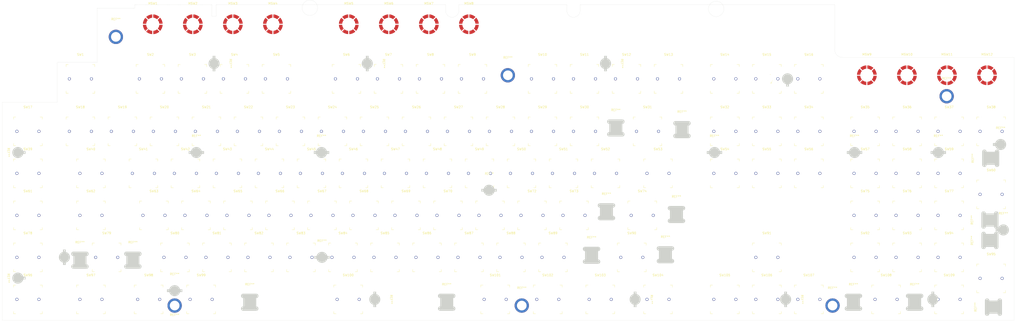
<source format=kicad_pcb>
(kicad_pcb (version 20241229) (generator "pcbnew") (generator_version "9.0")
  (layers (0 "F.Cu" signal) (2 "B.Cu" signal) (13 "F.Paste" user) (15 "B.Paste" user) (5 "F.SilkS" user "F.Silkscreen") (7 "B.SilkS" user "B.Silkscreen") (1 "F.Mask" user) (3 "B.Mask" user) (25 "Edge.Cuts" user))
  (net 0 "")
  (footprint "key-switches:placeholder" (layer "F.Cu") (at 130.6625 -145.75)
    (property "Reference" "SW23" (at 0 -11 0) (layer "F.SilkS"))
    (property "Value" "SW_SPST")
    (pad "" np_thru_hole circle (at 0 0 180) (size 5 5) (drill 5) (layers "*.Cu" "*.Mask"))
    (pad "1" thru_hole circle (at 5 0 180) (size 1.35 1.35) (drill 1) (layers "*.Cu" "B.Mask"))
    (pad "2" thru_hole circle (at -5 0 180) (size 1.35 1.35) (drill 1) (layers "*.Cu" "B.Mask"))
  )
  (footprint "key-switches:placeholder" (layer "F.Cu") (at 429.3665 -107.65)
    (property "Reference" "SW77" (at 0 -11 0) (layer "F.SilkS"))
    (property "Value" "SW_SPST")
    (pad "" np_thru_hole circle (at 0 0 180) (size 5 5) (drill 5) (layers "*.Cu" "*.Mask"))
    (pad "1" thru_hole circle (at 5 0 180) (size 1.35 1.35) (drill 1) (layers "*.Cu" "B.Mask"))
    (pad "2" thru_hole circle (at -5 0 180) (size 1.35 1.35) (drill 1) (layers "*.Cu" "B.Mask"))
  )
  (footprint "G915:Stabilizer-Cutout" (layer "F.Cu") (at 278.2125 -147.2875)
    (property "Reference" "REF**" (at 0 -8.1 0) (layer "F.SilkS"))
    (property "Value" "Stabilizer-Cutout")
    (fp_line (start -2.95 -3.875) (end 2.95 -3.875) (stroke (width 0.01)) (layer "Edge.Cuts"))
    (fp_line (start -2.95 -1.875) (end -2.95 1.875) (stroke (width 0.01)) (layer "Edge.Cuts"))
    (fp_line (start -2.95 3.875) (end 2.95 3.875) (stroke (width 0.01)) (layer "Edge.Cuts"))
    (fp_line (start 2.95 -1.875) (end 2.95 1.875) (stroke (width 0.01)) (layer "Edge.Cuts"))
    (fp_arc (start -2.95 -1.875) (mid -3.95 -2.875) (end -2.95 -3.875) (stroke (width 0.01)) (layer "Edge.Cuts"))
    (fp_arc (start -2.95 3.875) (mid -3.95 2.875) (end -2.95 1.875) (stroke (width 0.01)) (layer "Edge.Cuts"))
    (fp_arc (start 2.95 -3.875) (mid 3.95 -2.875) (end 2.95 -1.875) (stroke (width 0.01)) (layer "Edge.Cuts"))
    (fp_arc (start 2.95 1.875) (mid 3.95 2.875) (end 2.95 3.875) (stroke (width 0.01)) (layer "Edge.Cuts"))
    (fp_poly (pts (arc (start 2.95 -1.875) (mid 3.95 -2.875) (end 2.95 -3.875)) (arc (start -2.95 -3.875) (mid -3.95 -2.875) (end -2.95 -1.875)) (arc (start -2.95 1.875) (mid -3.95 2.875) (end -2.95 3.875)) (arc (start 2.95 3.875) (mid 3.95 2.875) (end 2.95 1.875))) (fill yes) (layer "Edge.Cuts"))
  )
  (footprint "G915:Screw_Hole-Dual_Wing" (layer "F.Cu") (at 165.5 -176.5 -90)
    (property "Reference" "REF**" (at 0 -7.5 270) (layer "F.SilkS"))
    (property "Value" "Screw_Hole-Dual_Wing")
    (fp_line (start -3.5 0.635) (end -2.42 0.635) (stroke (width 0.01)) (layer "Edge.Cuts"))
    (fp_line (start 3.5 0.635) (end 2.42 0.635) (stroke (width 0.01)) (layer "Edge.Cuts"))
    (fp_line (start -3.5 -0.635) (end -3.5 0.635) (stroke (width 0.01)) (layer "Edge.Cuts"))
    (fp_line (start -3.5 -0.635) (end -2.42 -0.635) (stroke (width 0.01)) (layer "Edge.Cuts"))
    (fp_line (start 3.5 -0.635) (end 3.5 0.635) (stroke (width 0.01)) (layer "Edge.Cuts"))
    (fp_line (start 3.5 -0.635) (end 2.42 -0.635) (stroke (width 0.01)) (layer "Edge.Cuts"))
    (fp_arc (start 2.42 0.635) (mid 0 2.487075) (end -2.42 0.635) (stroke (width 0.01)) (layer "Edge.Cuts"))
    (fp_arc (start -2.42 -0.635) (mid 0 -2.501924) (end 2.42 -0.635) (stroke (width 0.01)) (layer "Edge.Cuts"))
    (fp_poly (pts (xy -3.5 0.635) (xy -3.5 -0.635) (arc (start -2.42 -0.635) (mid 0 -2.501924) (end 2.42 -0.635)) (xy 3.5 -0.635) (xy 3.5 0.635) (arc (start 2.42 0.635) (mid 0 2.487075) (end -2.42 0.635))) (fill yes) (layer "Edge.Cuts"))
  )
  (footprint "key-switches:placeholder" (layer "F.Cu") (at 264.0125 -145.75)
    (property "Reference" "SW30" (at 0 -11 0) (layer "F.SilkS"))
    (property "Value" "SW_SPST")
    (pad "" np_thru_hole circle (at 0 0 180) (size 5 5) (drill 5) (layers "*.Cu" "*.Mask"))
    (pad "1" thru_hole circle (at 5 0 180) (size 1.35 1.35) (drill 1) (layers "*.Cu" "B.Mask"))
    (pad "2" thru_hole circle (at -5 0 180) (size 1.35 1.35) (drill 1) (layers "*.Cu" "B.Mask"))
  )
  (footprint "G915:Screw_Hole-Single_Wing" (layer "F.Cu") (at 7.05 -79.2 180)
    (property "Reference" "REF**" (at 4.25 -0.025 270) (layer "F.SilkS"))
    (property "Value" "Screw_Hole-Single_Wing")
    (fp_line (start -3.5 0.635) (end -2.42 0.635) (stroke (width 0.01)) (layer "Edge.Cuts"))
    (fp_line (start -3.5 -0.635) (end -2.42 -0.635) (stroke (width 0.01)) (layer "Edge.Cuts"))
    (fp_line (start -3.5 -0.635) (end -3.5 0.635) (stroke (width 0.01)) (layer "Edge.Cuts"))
    (fp_arc (start -2.42 -0.635) (mid 2.501924 0) (end -2.42 0.635) (stroke (width 0.01)) (layer "Edge.Cuts"))
    (fp_poly (pts (arc (start -2.42 -0.635) (mid 2.501924 0) (end -2.42 0.635)) (xy -3.5 0.635) (xy -3.5 -0.635)) (fill yes) (layer "Edge.Cuts"))
  )
  (footprint "key-switches:placeholder" (layer "F.Cu") (at 105.262373 -169.5625)
    (property "Reference" "SW4" (at 0 -11 0) (layer "F.SilkS"))
    (property "Value" "SW_SPST")
    (pad "" np_thru_hole circle (at 0 0 180) (size 5 5) (drill 5) (layers "*.Cu" "*.Mask"))
    (pad "1" thru_hole circle (at 5 0 180) (size 1.35 1.35) (drill 1) (layers "*.Cu" "B.Mask"))
    (pad "2" thru_hole circle (at -5 0 180) (size 1.35 1.35) (drill 1) (layers "*.Cu" "B.Mask"))
  )
  (footprint "key-switches:placeholder" (layer "F.Cu") (at 124.312373 -169.5625)
    (property "Reference" "SW5" (at 0 -11 0) (layer "F.SilkS"))
    (property "Value" "SW_SPST")
    (pad "" np_thru_hole circle (at 0 0 180) (size 5 5) (drill 5) (layers "*.Cu" "*.Mask"))
    (pad "1" thru_hole circle (at 5 0 180) (size 1.35 1.35) (drill 1) (layers "*.Cu" "B.Mask"))
    (pad "2" thru_hole circle (at -5 0 180) (size 1.35 1.35) (drill 1) (layers "*.Cu" "B.Mask"))
  )
  (footprint "key-switches:placeholder" (layer "F.Cu") (at 244.9625 -145.75)
    (property "Reference" "SW29" (at 0 -11 0) (layer "F.SilkS"))
    (property "Value" "SW_SPST")
    (pad "" np_thru_hole circle (at 0 0 180) (size 5 5) (drill 5) (layers "*.Cu" "*.Mask"))
    (pad "1" thru_hole circle (at 5 0 180) (size 1.35 1.35) (drill 1) (layers "*.Cu" "B.Mask"))
    (pad "2" thru_hole circle (at -5 0 180) (size 1.35 1.35) (drill 1) (layers "*.Cu" "B.Mask"))
  )
  (footprint "key-switches:placeholder" (layer "F.Cu") (at 156.062246 -169.5625)
    (property "Reference" "SW6" (at 0 -11 0) (layer "F.SilkS"))
    (property "Value" "SW_SPST")
    (pad "" np_thru_hole circle (at 0 0 180) (size 5 5) (drill 5) (layers "*.Cu" "*.Mask"))
    (pad "1" thru_hole circle (at 5 0 180) (size 1.35 1.35) (drill 1) (layers "*.Cu" "B.Mask"))
    (pad "2" thru_hole circle (at -5 0 180) (size 1.35 1.35) (drill 1) (layers "*.Cu" "B.Mask"))
  )
  (footprint "key-switches:placeholder" (layer "F.Cu") (at 327.6395 -69.55)
    (property "Reference" "SW105" (at 0 -11 0) (layer "F.SilkS"))
    (property "Value" "SW_SPST")
    (pad "" np_thru_hole circle (at 0 0 180) (size 5 5) (drill 5) (layers "*.Cu" "*.Mask"))
    (pad "1" thru_hole circle (at 5 0 180) (size 1.35 1.35) (drill 1) (layers "*.Cu" "B.Mask"))
    (pad "2" thru_hole circle (at -5 0 180) (size 1.35 1.35) (drill 1) (layers "*.Cu" "B.Mask"))
  )
  (footprint "G915:Screw_Hole-Dual_Wing" (layer "F.Cu") (at 168.9 -69.55 -90)
    (property "Reference" "REF**" (at 0 -7.5 270) (layer "F.SilkS"))
    (property "Value" "Screw_Hole-Dual_Wing")
    (fp_line (start -3.5 0.635) (end -2.42 0.635) (stroke (width 0.01)) (layer "Edge.Cuts"))
    (fp_line (start 3.5 0.635) (end 2.42 0.635) (stroke (width 0.01)) (layer "Edge.Cuts"))
    (fp_line (start -3.5 -0.635) (end -3.5 0.635) (stroke (width 0.01)) (layer "Edge.Cuts"))
    (fp_line (start -3.5 -0.635) (end -2.42 -0.635) (stroke (width 0.01)) (layer "Edge.Cuts"))
    (fp_line (start 3.5 -0.635) (end 3.5 0.635) (stroke (width 0.01)) (layer "Edge.Cuts"))
    (fp_line (start 3.5 -0.635) (end 2.42 -0.635) (stroke (width 0.01)) (layer "Edge.Cuts"))
    (fp_arc (start 2.42 0.635) (mid 0 2.487075) (end -2.42 0.635) (stroke (width 0.01)) (layer "Edge.Cuts"))
    (fp_arc (start -2.42 -0.635) (mid 0 -2.501924) (end 2.42 -0.635) (stroke (width 0.01)) (layer "Edge.Cuts"))
    (fp_poly (pts (xy -3.5 0.635) (xy -3.5 -0.635) (arc (start -2.42 -0.635) (mid 0 -2.501924) (end 2.42 -0.635)) (xy 3.5 -0.635) (xy 3.5 0.635) (arc (start 2.42 0.635) (mid 0 2.487075) (end -2.42 0.635))) (fill yes) (layer "Edge.Cuts"))
  )
  (footprint "key-switches:placeholder" (layer "F.Cu") (at 249.725 -88.6)
    (property "Reference" "SW89" (at 0 -11 0) (layer "F.SilkS"))
    (property "Value" "SW_SPST")
    (pad "" np_thru_hole circle (at 0 0 180) (size 5 5) (drill 5) (layers "*.Cu" "*.Mask"))
    (pad "1" thru_hole circle (at 5 0 180) (size 1.35 1.35) (drill 1) (layers "*.Cu" "B.Mask"))
    (pad "2" thru_hole circle (at -5 0 180) (size 1.35 1.35) (drill 1) (layers "*.Cu" "B.Mask"))
  )
  (footprint "key-switches:placeholder" (layer "F.Cu") (at 346.689119 -169.5625)
    (property "Reference" "SW15" (at 0 -11 0) (layer "F.SilkS"))
    (property "Value" "SW_SPST")
    (pad "" np_thru_hole circle (at 0 0 180) (size 5 5) (drill 5) (layers "*.Cu" "*.Mask"))
    (pad "1" thru_hole circle (at 5 0 180) (size 1.35 1.35) (drill 1) (layers "*.Cu" "B.Mask"))
    (pad "2" thru_hole circle (at -5 0 180) (size 1.35 1.35) (drill 1) (layers "*.Cu" "B.Mask"))
  )
  (footprint "key-switches:placeholder" (layer "F.Cu") (at 327.639119 -169.5625)
    (property "Reference" "SW14" (at 0 -11 0) (layer "F.SilkS"))
    (property "Value" "SW_SPST")
    (pad "" np_thru_hole circle (at 0 0 180) (size 5 5) (drill 5) (layers "*.Cu" "*.Mask"))
    (pad "1" thru_hole circle (at 5 0 180) (size 1.35 1.35) (drill 1) (layers "*.Cu" "B.Mask"))
    (pad "2" thru_hole circle (at -5 0 180) (size 1.35 1.35) (drill 1) (layers "*.Cu" "B.Mask"))
  )
  (footprint "key-switches:placeholder" (layer "F.Cu") (at 102.0875 -126.7)
    (property "Reference" "SW43" (at 0 -11 0) (layer "F.SilkS"))
    (property "Value" "SW_SPST")
    (pad "" np_thru_hole circle (at 0 0 180) (size 5 5) (drill 5) (layers "*.Cu" "*.Mask"))
    (pad "1" thru_hole circle (at 5 0 180) (size 1.35 1.35) (drill 1) (layers "*.Cu" "B.Mask"))
    (pad "2" thru_hole circle (at -5 0 180) (size 1.35 1.35) (drill 1) (layers "*.Cu" "B.Mask"))
  )
  (footprint "key-switches:placeholder" (layer "F.Cu") (at 240.2 -107.65)
    (property "Reference" "SW72" (at 0 -11 0) (layer "F.SilkS"))
    (property "Value" "SW_SPST")
    (pad "" np_thru_hole circle (at 0 0 180) (size 5 5) (drill 5) (layers "*.Cu" "*.Mask"))
    (pad "1" thru_hole circle (at 5 0 180) (size 1.35 1.35) (drill 1) (layers "*.Cu" "B.Mask"))
    (pad "2" thru_hole circle (at -5 0 180) (size 1.35 1.35) (drill 1) (layers "*.Cu" "B.Mask"))
  )
  (footprint "key-switches:placeholder" (layer "F.Cu") (at 178.2875 -126.7)
    (property "Reference" "SW47" (at 0 -11 0) (layer "F.SilkS"))
    (property "Value" "SW_SPST")
    (pad "" np_thru_hole circle (at 0 0 180) (size 5 5) (drill 5) (layers "*.Cu" "*.Mask"))
    (pad "1" thru_hole circle (at 5 0 180) (size 1.35 1.35) (drill 1) (layers "*.Cu" "B.Mask"))
    (pad "2" thru_hole circle (at -5 0 180) (size 1.35 1.35) (drill 1) (layers "*.Cu" "B.Mask"))
  )
  (footprint "key-switches:placeholder" (layer "F.Cu") (at 66.36875 -69.55)
    (property "Reference" "SW98" (at 0 -11 0) (layer "F.SilkS"))
    (property "Value" "SW_SPST")
    (pad "" np_thru_hole circle (at 0 0 180) (size 5 5) (drill 5) (layers "*.Cu" "*.Mask"))
    (pad "1" thru_hole circle (at 5 0 180) (size 1.35 1.35) (drill 1) (layers "*.Cu" "B.Mask"))
    (pad "2" thru_hole circle (at -5 0 180) (size 1.35 1.35) (drill 1) (layers "*.Cu" "B.Mask"))
  )
  (footprint "key-switches:placeholder" (layer "F.Cu") (at 135.425 -88.6)
    (property "Reference" "SW83" (at 0 -11 0) (layer "F.SilkS"))
    (property "Value" "SW_SPST")
    (pad "" np_thru_hole circle (at 0 0 180) (size 5 5) (drill 5) (layers "*.Cu" "*.Mask"))
    (pad "1" thru_hole circle (at 5 0 180) (size 1.35 1.35) (drill 1) (layers "*.Cu" "B.Mask"))
    (pad "2" thru_hole circle (at -5 0 180) (size 1.35 1.35) (drill 1) (layers "*.Cu" "B.Mask"))
  )
  (footprint "G915:Screw_Hole-Dual_Wing" (layer "F.Cu") (at 286.9625 -69.55 -90)
    (property "Reference" "REF**" (at 0 -7.5 270) (layer "F.SilkS"))
    (property "Value" "Screw_Hole-Dual_Wing")
    (fp_line (start -3.5 0.635) (end -2.42 0.635) (stroke (width 0.01)) (layer "Edge.Cuts"))
    (fp_line (start 3.5 0.635) (end 2.42 0.635) (stroke (width 0.01)) (layer "Edge.Cuts"))
    (fp_line (start -3.5 -0.635) (end -3.5 0.635) (stroke (width 0.01)) (layer "Edge.Cuts"))
    (fp_line (start -3.5 -0.635) (end -2.42 -0.635) (stroke (width 0.01)) (layer "Edge.Cuts"))
    (fp_line (start 3.5 -0.635) (end 3.5 0.635) (stroke (width 0.01)) (layer "Edge.Cuts"))
    (fp_line (start 3.5 -0.635) (end 2.42 -0.635) (stroke (width 0.01)) (layer "Edge.Cuts"))
    (fp_arc (start 2.42 0.635) (mid 0 2.487075) (end -2.42 0.635) (stroke (width 0.01)) (layer "Edge.Cuts"))
    (fp_arc (start -2.42 -0.635) (mid 0 -2.501924) (end 2.42 -0.635) (stroke (width 0.01)) (layer "Edge.Cuts"))
    (fp_poly (pts (xy -3.5 0.635) (xy -3.5 -0.635) (arc (start -2.42 -0.635) (mid 0 -2.501924) (end 2.42 -0.635)) (xy 3.5 -0.635) (xy 3.5 0.635) (arc (start 2.42 0.635) (mid 0 2.487075) (end -2.42 0.635))) (fill yes) (layer "Edge.Cuts"))
  )
  (footprint "G915:PTH_4.4mm" (layer "F.Cu") (at 428.25 -161.675)
    (property "Reference" "REF**" (at 0 -8 0) (layer "F.SilkS"))
    (property "Value" "PTH_4.4mm")
    (pad "1" thru_hole circle (at 0 0) (size 6.5 6.5) (drill 4.4) (layers "*.Cu" "*.Mask"))
  )
  (footprint "key-switches:placeholder" (layer "F.Cu") (at 346.6895 -126.7)
    (property "Reference" "SW55" (at 0 -11 0) (layer "F.SilkS"))
    (property "Value" "SW_SPST")
    (pad "" np_thru_hole circle (at 0 0 180) (size 5 5) (drill 5) (layers "*.Cu" "*.Mask"))
    (pad "1" thru_hole circle (at 5 0 180) (size 1.35 1.35) (drill 1) (layers "*.Cu" "B.Mask"))
    (pad "2" thru_hole circle (at -5 0 180) (size 1.35 1.35) (drill 1) (layers "*.Cu" "B.Mask"))
  )
  (footprint "key-switches:placeholder" (layer "F.Cu") (at 35.4125 -169.5625)
    (property "Reference" "SW1" (at 0 -11 0) (layer "F.SilkS"))
    (property "Value" "SW_SPST")
    (pad "" np_thru_hole circle (at 0 0 180) (size 5 5) (drill 5) (layers "*.Cu" "*.Mask"))
    (pad "1" thru_hole circle (at 5 0 180) (size 1.35 1.35) (drill 1) (layers "*.Cu" "B.Mask"))
    (pad "2" thru_hole circle (at -5 0 180) (size 1.35 1.35) (drill 1) (layers "*.Cu" "B.Mask"))
  )
  (footprint "G915:Stabilizer-Cutout" (layer "F.Cu") (at 449.4625 -66.0375 90)
    (property "Reference" "REF**" (at 0 -8.1 90) (layer "F.SilkS"))
    (property "Value" "Stabilizer-Cutout")
    (fp_line (start -2.95 -3.875) (end 2.95 -3.875) (stroke (width 0.01)) (layer "Edge.Cuts"))
    (fp_line (start 2.95 -1.875) (end 2.95 1.875) (stroke (width 0.01)) (layer "Edge.Cuts"))
    (fp_line (start -2.95 -1.875) (end -2.95 1.875) (stroke (width 0.01)) (layer "Edge.Cuts"))
    (fp_line (start -2.95 3.875) (end 2.95 3.875) (stroke (width 0.01)) (layer "Edge.Cuts"))
    (fp_arc (start 2.95 -3.875) (mid 3.95 -2.875) (end 2.95 -1.875) (stroke (width 0.01)) (layer "Edge.Cuts"))
    (fp_arc (start -2.95 -1.875) (mid -3.95 -2.875) (end -2.95 -3.875) (stroke (width 0.01)) (layer "Edge.Cuts"))
    (fp_arc (start 2.95 1.875) (mid 3.95 2.875) (end 2.95 3.875) (stroke (width 0.01)) (layer "Edge.Cuts"))
    (fp_arc (start -2.95 3.875) (mid -3.95 2.875) (end -2.95 1.875) (stroke (width 0.01)) (layer "Edge.Cuts"))
    (fp_poly (pts (arc (start 2.95 -1.875) (mid 3.95 -2.875) (end 2.95 -3.875)) (arc (start -2.95 -3.875) (mid -3.95 -2.875) (end -2.95 -1.875)) (arc (start -2.95 1.875) (mid -3.95 2.875) (end -2.95 3.875)) (arc (start 2.95 3.875) (mid 3.95 2.875) (end 2.95 1.875))) (fill yes) (layer "Edge.Cuts"))
  )
  (footprint "key-switches:placeholder" (layer "F.Cu") (at 247.34375 -69.55)
    (property "Reference" "SW102" (at 0 -11 0) (layer "F.SilkS"))
    (property "Value" "SW_SPST")
    (pad "" np_thru_hole circle (at 0 0 180) (size 5 5) (drill 5) (layers "*.Cu" "*.Mask"))
    (pad "1" thru_hole circle (at 5 0 180) (size 1.35 1.35) (drill 1) (layers "*.Cu" "B.Mask"))
    (pad "2" thru_hole circle (at -5 0 180) (size 1.35 1.35) (drill 1) (layers "*.Cu" "B.Mask"))
  )
  (footprint "key-switches:placeholder" (layer "F.Cu") (at 327.6395 -126.7)
    (property "Reference" "SW54" (at 0 -11 0) (layer "F.SilkS"))
    (property "Value" "SW_SPST")
    (pad "" np_thru_hole circle (at 0 0 180) (size 5 5) (drill 5) (layers "*.Cu" "*.Mask"))
    (pad "1" thru_hole circle (at 5 0 180) (size 1.35 1.35) (drill 1) (layers "*.Cu" "B.Mask"))
    (pad "2" thru_hole circle (at -5 0 180) (size 1.35 1.35) (drill 1) (layers "*.Cu" "B.Mask"))
  )
  (footprint "key-switches:placeholder" (layer "F.Cu") (at 154.475 -88.6)
    (property "Reference" "SW84" (at 0 -11 0) (layer "F.SilkS"))
    (property "Value" "SW_SPST")
    (pad "" np_thru_hole circle (at 0 0 180) (size 5 5) (drill 5) (layers "*.Cu" "*.Mask"))
    (pad "1" thru_hole circle (at 5 0 180) (size 1.35 1.35) (drill 1) (layers "*.Cu" "B.Mask"))
    (pad "2" thru_hole circle (at -5 0 180) (size 1.35 1.35) (drill 1) (layers "*.Cu" "B.Mask"))
  )
  (footprint "key-switches:placeholder" (layer "F.Cu") (at 285.44375 -88.6)
    (property "Reference" "SW90" (at 0 -11 0) (layer "F.SilkS"))
    (property "Value" "SW_SPST")
    (pad "" np_thru_hole circle (at 0 0 180) (size 5 5) (drill 5) (layers "*.Cu" "*.Mask"))
    (pad "1" thru_hole circle (at 5 0 180) (size 1.35 1.35) (drill 1) (layers "*.Cu" "B.Mask"))
    (pad "2" thru_hole circle (at -5 0 180) (size 1.35 1.35) (drill 1) (layers "*.Cu" "B.Mask"))
  )
  (footprint "key-switches:placeholder" (layer "F.Cu") (at 273.5375 -126.7)
    (property "Reference" "SW52" (at 0 -11 0) (layer "F.SilkS"))
    (property "Value" "SW_SPST")
    (pad "" np_thru_hole circle (at 0 0 180) (size 5 5) (drill 5) (layers "*.Cu" "*.Mask"))
    (pad "1" thru_hole circle (at 5 0 180) (size 1.35 1.35) (drill 1) (layers "*.Cu" "B.Mask"))
    (pad "2" thru_hole circle (at -5 0 180) (size 1.35 1.35) (drill 1) (layers "*.Cu" "B.Mask"))
  )
  (footprint "key-switches:placeholder" (layer "F.Cu") (at 194.162246 -169.5625)
    (property "Reference" "SW8" (at 0 -11 0) (layer "F.SilkS"))
    (property "Value" "SW_SPST")
    (pad "" np_thru_hole circle (at 0 0 180) (size 5 5) (drill 5) (layers "*.Cu" "*.Mask"))
    (pad "1" thru_hole circle (at 5 0 180) (size 1.35 1.35) (drill 1) (layers "*.Cu" "B.Mask"))
    (pad "2" thru_hole circle (at -5 0 180) (size 1.35 1.35) (drill 1) (layers "*.Cu" "B.Mask"))
  )
  (footprint "key-switches:placeholder" (layer "F.Cu") (at 92.5625 -145.75)
    (property "Reference" "SW21" (at 0 -11 0) (layer "F.SilkS"))
    (property "Value" "SW_SPST")
    (pad "" np_thru_hole circle (at 0 0 180) (size 5 5) (drill 5) (layers "*.Cu" "*.Mask"))
    (pad "1" thru_hole circle (at 5 0 180) (size 1.35 1.35) (drill 1) (layers "*.Cu" "B.Mask"))
    (pad "2" thru_hole circle (at -5 0 180) (size 1.35 1.35) (drill 1) (layers "*.Cu" "B.Mask"))
  )
  (footprint "My-Switches:Membrane-G915" (layer "F.Cu") (at 410.207 -171.1875)
    (property "Reference" "MSW10" (at 0 -9.45 0) (layer "F.SilkS"))
    (property "Value" "SW_SPST")
    (fp_poly (pts (arc (start -4.46183 0.2406) (mid -4.12569 1.711464) (end -3.321967 2.98836)) (arc (start -2.26817 1.935141) (mid -2.752652 1.141744) (end -2.971967 0.23836)) (xy -4.46183 0.240586)) (fill yes) (layer "F.Cu"))
    (fp_poly (pts (arc (start -3.324569 -2.967986) (mid -4.12694 -1.690241) (end -4.461524 -0.219021)) (arc (start -2.971639 -0.218613) (mid -2.753203 -1.12221) (end -2.269493 -1.916078)) (xy -3.324559 -2.967996)) (fill yes) (layer "F.Cu"))
    (fp_poly (pts (arc (start -2.997935 3.320542) (mid -1.720191 4.122913) (end -0.248971 4.457497)) (arc (start -0.248562 2.967612) (mid -1.152159 2.749176) (end -1.946027 2.265466)) (xy -2.997945 3.320532)) (fill yes) (layer "F.Cu"))
    (fp_poly (pts (arc (start -0.234347 -4.468084) (mid -1.705211 -4.131944) (end -2.982107 -3.328221)) (arc (start -1.928888 -2.274424) (mid -1.135491 -2.758906) (end -0.232107 -2.978221)) (xy -0.234333 -4.468084)) (fill yes) (layer "F.Cu"))
    (fp_poly (pts (arc (start 0.251764 4.471513) (mid 1.722628 4.135373) (end 2.999524 3.33165)) (arc (start 1.946305 2.277853) (mid 1.152908 2.762335) (end 0.249524 2.98165)) (xy 0.25175 4.471513)) (fill yes) (layer "F.Cu"))
    (fp_poly (pts (arc (start 2.981136 -3.33897) (mid 1.703391 -4.141341) (end 0.232171 -4.475925)) (arc (start 0.231763 -2.986039) (mid 1.135359 -2.767603) (end 1.929227 -2.283894)) (xy 2.981146 -3.33896)) (fill yes) (layer "F.Cu"))
    (fp_poly (pts (arc (start 3.334218 2.999354) (mid 4.136589 1.721609) (end 4.471173 0.250389)) (arc (start 2.981287 0.249981) (mid 2.762851 1.153577) (end 2.279142 1.947445)) (xy 3.334208 2.999364)) (fill yes) (layer "F.Cu"))
    (fp_poly (pts (arc (start 4.464574 -0.250595) (mid 4.128434 -1.721459) (end 3.324711 -2.998355)) (arc (start 2.270914 -1.945136) (mid 2.755396 -1.151739) (end 2.974711 -0.248355)) (xy 4.464574 -0.250581)) (fill yes) (layer "F.Cu"))
  )
  (footprint "My-Switches:Membrane-G915" (layer "F.Cu") (at 175.257 -194.3015)
    (property "Reference" "MSW6" (at 0 -9.45 0) (layer "F.SilkS"))
    (property "Value" "SW_SPST")
    (fp_poly (pts (arc (start -4.46183 0.2406) (mid -4.12569 1.711464) (end -3.321967 2.98836)) (arc (start -2.26817 1.935141) (mid -2.752652 1.141744) (end -2.971967 0.23836)) (xy -4.46183 0.240586)) (fill yes) (layer "F.Cu"))
    (fp_poly (pts (arc (start -3.324569 -2.967986) (mid -4.12694 -1.690241) (end -4.461524 -0.219021)) (arc (start -2.971639 -0.218613) (mid -2.753203 -1.12221) (end -2.269493 -1.916078)) (xy -3.324559 -2.967996)) (fill yes) (layer "F.Cu"))
    (fp_poly (pts (arc (start -2.997935 3.320542) (mid -1.720191 4.122913) (end -0.248971 4.457497)) (arc (start -0.248562 2.967612) (mid -1.152159 2.749176) (end -1.946027 2.265466)) (xy -2.997945 3.320532)) (fill yes) (layer "F.Cu"))
    (fp_poly (pts (arc (start -0.234347 -4.468084) (mid -1.705211 -4.131944) (end -2.982107 -3.328221)) (arc (start -1.928888 -2.274424) (mid -1.135491 -2.758906) (end -0.232107 -2.978221)) (xy -0.234333 -4.468084)) (fill yes) (layer "F.Cu"))
    (fp_poly (pts (arc (start 0.251764 4.471513) (mid 1.722628 4.135373) (end 2.999524 3.33165)) (arc (start 1.946305 2.277853) (mid 1.152908 2.762335) (end 0.249524 2.98165)) (xy 0.25175 4.471513)) (fill yes) (layer "F.Cu"))
    (fp_poly (pts (arc (start 2.981136 -3.33897) (mid 1.703391 -4.141341) (end 0.232171 -4.475925)) (arc (start 0.231763 -2.986039) (mid 1.135359 -2.767603) (end 1.929227 -2.283894)) (xy 2.981146 -3.33896)) (fill yes) (layer "F.Cu"))
    (fp_poly (pts (arc (start 3.334218 2.999354) (mid 4.136589 1.721609) (end 4.471173 0.250389)) (arc (start 2.981287 0.249981) (mid 2.762851 1.153577) (end 2.279142 1.947445)) (xy 3.334208 2.999364)) (fill yes) (layer "F.Cu"))
    (fp_poly (pts (arc (start 4.464574 -0.250595) (mid 4.128434 -1.721459) (end 3.324711 -2.998355)) (arc (start 2.270914 -1.945136) (mid 2.755396 -1.151739) (end 2.974711 -0.248355)) (xy 4.464574 -0.250581)) (fill yes) (layer "F.Cu"))
  )
  (footprint "key-switches:placeholder" (layer "F.Cu") (at 175.112246 -169.5625)
    (property "Reference" "SW7" (at 0 -11 0) (layer "F.SilkS"))
    (property "Value" "SW_SPST")
    (pad "" np_thru_hole circle (at 0 0 180) (size 5 5) (drill 5) (layers "*.Cu" "*.Mask"))
    (pad "1" thru_hole circle (at 5 0 180) (size 1.35 1.35) (drill 1) (layers "*.Cu" "B.Mask"))
    (pad "2" thru_hole circle (at -5 0 180) (size 1.35 1.35) (drill 1) (layers "*.Cu" "B.Mask"))
  )
  (footprint "key-switches:placeholder" (layer "F.Cu") (at 11.6 -69.55)
    (property "Reference" "SW96" (at 0 -11 0) (layer "F.SilkS"))
    (property "Value" "SW_SPST")
    (pad "" np_thru_hole circle (at 0 0 180) (size 5 5) (drill 5) (layers "*.Cu" "*.Mask"))
    (pad "1" thru_hole circle (at 5 0 180) (size 1.35 1.35) (drill 1) (layers "*.Cu" "B.Mask"))
    (pad "2" thru_hole circle (at -5 0 180) (size 1.35 1.35) (drill 1) (layers "*.Cu" "B.Mask"))
  )
  (footprint "key-switches:placeholder" (layer "F.Cu") (at 73.5125 -145.75)
    (property "Reference" "SW20" (at 0 -11 0) (layer "F.SilkS"))
    (property "Value" "SW_SPST")
    (pad "" np_thru_hole circle (at 0 0 180) (size 5 5) (drill 5) (layers "*.Cu" "*.Mask"))
    (pad "1" thru_hole circle (at 5 0 180) (size 1.35 1.35) (drill 1) (layers "*.Cu" "B.Mask"))
    (pad "2" thru_hole circle (at -5 0 180) (size 1.35 1.35) (drill 1) (layers "*.Cu" "B.Mask"))
  )
  (footprint "key-switches:placeholder" (layer "F.Cu") (at 346.6895 -69.55)
    (property "Reference" "SW106" (at 0 -11 0) (layer "F.SilkS"))
    (property "Value" "SW_SPST")
    (pad "" np_thru_hole circle (at 0 0 180) (size 5 5) (drill 5) (layers "*.Cu" "*.Mask"))
    (pad "1" thru_hole circle (at 5 0 180) (size 1.35 1.35) (drill 1) (layers "*.Cu" "B.Mask"))
    (pad "2" thru_hole circle (at -5 0 180) (size 1.35 1.35) (drill 1) (layers "*.Cu" "B.Mask"))
  )
  (footprint "G915:Screw_Hole-Dual_Wing" (layer "F.Cu") (at 322.9625 -136.15)
    (property "Reference" "REF**" (at 0 -7.5 0) (layer "F.SilkS"))
    (property "Value" "Screw_Hole-Dual_Wing")
    (fp_line (start -3.5 -0.635) (end -3.5 0.635) (stroke (width 0.01)) (layer "Edge.Cuts"))
    (fp_line (start -3.5 -0.635) (end -2.42 -0.635) (stroke (width 0.01)) (layer "Edge.Cuts"))
    (fp_line (start -3.5 0.635) (end -2.42 0.635) (stroke (width 0.01)) (layer "Edge.Cuts"))
    (fp_line (start 3.5 -0.635) (end 2.42 -0.635) (stroke (width 0.01)) (layer "Edge.Cuts"))
    (fp_line (start 3.5 -0.635) (end 3.5 0.635) (stroke (width 0.01)) (layer "Edge.Cuts"))
    (fp_line (start 3.5 0.635) (end 2.42 0.635) (stroke (width 0.01)) (layer "Edge.Cuts"))
    (fp_arc (start -2.42 -0.635) (mid 0 -2.501924) (end 2.42 -0.635) (stroke (width 0.01)) (layer "Edge.Cuts"))
    (fp_arc (start 2.42 0.635) (mid 0 2.487075) (end -2.42 0.635) (stroke (width 0.01)) (layer "Edge.Cuts"))
    (fp_poly (pts (xy -3.5 0.635) (xy -3.5 -0.635) (arc (start -2.42 -0.635) (mid 0 -2.501924) (end 2.42 -0.635)) (xy 3.5 -0.635) (xy 3.5 0.635) (arc (start 2.42 0.635) (mid 0 2.487075) (end -2.42 0.635))) (fill yes) (layer "Edge.Cuts"))
  )
  (footprint "G915:PTH_4.4mm" (layer "F.Cu") (at 78.15 -66.75)
    (property "Reference" "REF**" (at 0 4.25 0) (layer "F.SilkS"))
    (property "Value" "PTH_4.4mm")
    (pad "1" thru_hole circle (at 0 0) (size 6.5 6.5) (drill 4.4) (layers "*.Cu" "*.Mask"))
  )
  (footprint "G915:PTH_4.4mm" (layer "F.Cu") (at 376.5 -66.75)
    (property "Reference" "REF**" (at 0 -8 0) (layer "F.SilkS"))
    (property "Value" "PTH_4.4mm")
    (pad "1" thru_hole circle (at 0 0) (size 6.5 6.5) (drill 4.4) (layers "*.Cu" "*.Mask"))
  )
  (footprint "key-switches:placeholder" (layer "F.Cu") (at 292.5875 -145.75)
    (property "Reference" "SW31" (at 0 -11 0) (layer "F.SilkS"))
    (property "Value" "SW_SPST")
    (pad "" np_thru_hole circle (at 0 0 180) (size 5 5) (drill 5) (layers "*.Cu" "*.Mask"))
    (pad "1" thru_hole circle (at 5 0 180) (size 1.35 1.35) (drill 1) (layers "*.Cu" "B.Mask"))
    (pad "2" thru_hole circle (at -5 0 180) (size 1.35 1.35) (drill 1) (layers "*.Cu" "B.Mask"))
  )
  (footprint "key-switches:placeholder" (layer "F.Cu") (at 121.1375 -126.7)
    (property "Reference" "SW44" (at 0 -11 0) (layer "F.SilkS"))
    (property "Value" "SW_SPST")
    (pad "" np_thru_hole circle (at 0 0 180) (size 5 5) (drill 5) (layers "*.Cu" "*.Mask"))
    (pad "1" thru_hole circle (at 5 0 180) (size 1.35 1.35) (drill 1) (layers "*.Cu" "B.Mask"))
    (pad "2" thru_hole circle (at -5 0 180) (size 1.35 1.35) (drill 1) (layers "*.Cu" "B.Mask"))
  )
  (footprint "key-switches:placeholder" (layer "F.Cu") (at 391.2665 -126.7)
    (property "Reference" "SW57" (at 0 -11 0) (layer "F.SilkS"))
    (property "Value" "SW_SPST")
    (pad "" np_thru_hole circle (at 0 0 180) (size 5 5) (drill 5) (layers "*.Cu" "*.Mask"))
    (pad "1" thru_hole circle (at 5 0 180) (size 1.35 1.35) (drill 1) (layers "*.Cu" "B.Mask"))
    (pad "2" thru_hole circle (at -5 0 180) (size 1.35 1.35) (drill 1) (layers "*.Cu" "B.Mask"))
  )
  (footprint "G915:Stabilizer-Cutout" (layer "F.Cu") (at 267.2125 -89.5375)
    (property "Reference" "REF**" (at 0 -8.1 0) (layer "F.SilkS"))
    (property "Value" "Stabilizer-Cutout")
    (fp_line (start -2.95 -3.875) (end 2.95 -3.875) (stroke (width 0.01)) (layer "Edge.Cuts"))
    (fp_line (start -2.95 -1.875) (end -2.95 1.875) (stroke (width 0.01)) (layer "Edge.Cuts"))
    (fp_line (start -2.95 3.875) (end 2.95 3.875) (stroke (width 0.01)) (layer "Edge.Cuts"))
    (fp_line (start 2.95 -1.875) (end 2.95 1.875) (stroke (width 0.01)) (layer "Edge.Cuts"))
    (fp_arc (start -2.95 -1.875) (mid -3.95 -2.875) (end -2.95 -3.875) (stroke (width 0.01)) (layer "Edge.Cuts"))
    (fp_arc (start -2.95 3.875) (mid -3.95 2.875) (end -2.95 1.875) (stroke (width 0.01)) (layer "Edge.Cuts"))
    (fp_arc (start 2.95 -3.875) (mid 3.95 -2.875) (end 2.95 -1.875) (stroke (width 0.01)) (layer "Edge.Cuts"))
    (fp_arc (start 2.95 1.875) (mid 3.95 2.875) (end 2.95 3.875) (stroke (width 0.01)) (layer "Edge.Cuts"))
    (fp_poly (pts (arc (start 2.95 -1.875) (mid 3.95 -2.875) (end 2.95 -3.875)) (arc (start -2.95 -3.875) (mid -3.95 -2.875) (end -2.95 -1.875)) (arc (start -2.95 1.875) (mid -3.95 2.875) (end -2.95 3.875)) (arc (start 2.95 3.875) (mid 3.95 2.875) (end 2.95 1.875))) (fill yes) (layer "Edge.Cuts"))
  )
  (footprint "key-switches:placeholder" (layer "F.Cu") (at 223.53125 -69.55)
    (property "Reference" "SW101" (at 0 -11 0) (layer "F.SilkS"))
    (property "Value" "SW_SPST")
    (pad "" np_thru_hole circle (at 0 0 180) (size 5 5) (drill 5) (layers "*.Cu" "*.Mask"))
    (pad "1" thru_hole circle (at 5 0 180) (size 1.35 1.35) (drill 1) (layers "*.Cu" "B.Mask"))
    (pad "2" thru_hole circle (at -5 0 180) (size 1.35 1.35) (drill 1) (layers "*.Cu" "B.Mask"))
  )
  (footprint "G915:Stabilizer-Cutout" (layer "F.Cu") (at 112.2 -68.25)
    (property "Reference" "REF**" (at 0 -8.1 0) (layer "F.SilkS"))
    (property "Value" "Stabilizer-Cutout")
    (fp_line (start -2.95 -3.875) (end 2.95 -3.875) (stroke (width 0.01)) (layer "Edge.Cuts"))
    (fp_line (start -2.95 -1.875) (end -2.95 1.875) (stroke (width 0.01)) (layer "Edge.Cuts"))
    (fp_line (start -2.95 3.875) (end 2.95 3.875) (stroke (width 0.01)) (layer "Edge.Cuts"))
    (fp_line (start 2.95 -1.875) (end 2.95 1.875) (stroke (width 0.01)) (layer "Edge.Cuts"))
    (fp_arc (start -2.95 -1.875) (mid -3.95 -2.875) (end -2.95 -3.875) (stroke (width 0.01)) (layer "Edge.Cuts"))
    (fp_arc (start -2.95 3.875) (mid -3.95 2.875) (end -2.95 1.875) (stroke (width 0.01)) (layer "Edge.Cuts"))
    (fp_arc (start 2.95 -3.875) (mid 3.95 -2.875) (end 2.95 -1.875) (stroke (width 0.01)) (layer "Edge.Cuts"))
    (fp_arc (start 2.95 1.875) (mid 3.95 2.875) (end 2.95 3.875) (stroke (width 0.01)) (layer "Edge.Cuts"))
    (fp_poly (pts (arc (start 2.95 -1.875) (mid 3.95 -2.875) (end 2.95 -3.875)) (arc (start -2.95 -3.875) (mid -3.95 -2.875) (end -2.95 -1.875)) (arc (start -2.95 1.875) (mid -3.95 2.875) (end -2.95 3.875)) (arc (start 2.95 3.875) (mid 3.95 2.875) (end 2.95 1.875))) (fill yes) (layer "Edge.Cuts"))
  )
  (footprint "key-switches:placeholder" (layer "F.Cu") (at 429.3665 -88.6)
    (property "Reference" "SW94" (at 0 -11 0) (layer "F.SilkS"))
    (property "Value" "SW_SPST")
    (pad "" np_thru_hole circle (at 0 0 180) (size 5 5) (drill 5) (layers "*.Cu" "*.Mask"))
    (pad "1" thru_hole circle (at 5 0 180) (size 1.35 1.35) (drill 1) (layers "*.Cu" "B.Mask"))
    (pad "2" thru_hole circle (at -5 0 180) (size 1.35 1.35) (drill 1) (layers "*.Cu" "B.Mask"))
  )
  (footprint "key-switches:placeholder" (layer "F.Cu") (at 365.7395 -126.7)
    (property "Reference" "SW56" (at 0 -11 0) (layer "F.SilkS"))
    (property "Value" "SW_SPST")
    (pad "" np_thru_hole circle (at 0 0 180) (size 5 5) (drill 5) (layers "*.Cu" "*.Mask"))
    (pad "1" thru_hole circle (at 5 0 180) (size 1.35 1.35) (drill 1) (layers "*.Cu" "B.Mask"))
    (pad "2" thru_hole circle (at -5 0 180) (size 1.35 1.35) (drill 1) (layers "*.Cu" "B.Mask"))
  )
  (footprint "key-switches:placeholder" (layer "F.Cu") (at 144.95 -107.65)
    (property "Reference" "SW67" (at 0 -11 0) (layer "F.SilkS"))
    (property "Value" "SW_SPST")
    (pad "" np_thru_hole circle (at 0 0 180) (size 5 5) (drill 5) (layers "*.Cu" "*.Mask"))
    (pad "1" thru_hole circle (at 5 0 180) (size 1.35 1.35) (drill 1) (layers "*.Cu" "B.Mask"))
    (pad "2" thru_hole circle (at -5 0 180) (size 1.35 1.35) (drill 1) (layers "*.Cu" "B.Mask"))
  )
  (footprint "G915:Stabilizer-Cutout" (layer "F.Cu") (at 448.2125 -133.5375 90)
    (property "Reference" "REF**" (at 0 -8.1 90) (layer "F.SilkS"))
    (property "Value" "Stabilizer-Cutout")
    (fp_line (start -2.95 -3.875) (end 2.95 -3.875) (stroke (width 0.01)) (layer "Edge.Cuts"))
    (fp_line (start 2.95 -1.875) (end 2.95 1.875) (stroke (width 0.01)) (layer "Edge.Cuts"))
    (fp_line (start -2.95 -1.875) (end -2.95 1.875) (stroke (width 0.01)) (layer "Edge.Cuts"))
    (fp_line (start -2.95 3.875) (end 2.95 3.875) (stroke (width 0.01)) (layer "Edge.Cuts"))
    (fp_arc (start 2.95 -3.875) (mid 3.95 -2.875) (end 2.95 -1.875) (stroke (width 0.01)) (layer "Edge.Cuts"))
    (fp_arc (start -2.95 -1.875) (mid -3.95 -2.875) (end -2.95 -3.875) (stroke (width 0.01)) (layer "Edge.Cuts"))
    (fp_arc (start 2.95 1.875) (mid 3.95 2.875) (end 2.95 3.875) (stroke (width 0.01)) (layer "Edge.Cuts"))
    (fp_arc (start -2.95 3.875) (mid -3.95 2.875) (end -2.95 1.875) (stroke (width 0.01)) (layer "Edge.Cuts"))
    (fp_poly (pts (arc (start 2.95 -1.875) (mid 3.95 -2.875) (end 2.95 -3.875)) (arc (start -2.95 -3.875) (mid -3.95 -2.875) (end -2.95 -1.875)) (arc (start -2.95 1.875) (mid -3.95 2.875) (end -2.95 3.875)) (arc (start 2.95 3.875) (mid 3.95 2.875) (end 2.95 1.875))) (fill yes) (layer "Edge.Cuts"))
  )
  (footprint "key-switches:placeholder" (layer "F.Cu") (at 259.25 -107.65)
    (property "Reference" "SW73" (at 0 -11 0) (layer "F.SilkS"))
    (property "Value" "SW_SPST")
    (pad "" np_thru_hole circle (at 0 0 180) (size 5 5) (drill 5) (layers "*.Cu" "*.Mask"))
    (pad "1" thru_hole circle (at 5 0 180) (size 1.35 1.35) (drill 1) (layers "*.Cu" "B.Mask"))
    (pad "2" thru_hole circle (at -5 0 180) (size 1.35 1.35) (drill 1) (layers "*.Cu" "B.Mask"))
  )
  (footprint "My-Switches:Membrane-G915" (layer "F.Cu") (at 446.529 -171.1875)
    (property "Reference" "MSW12" (at 0 -9.45 0) (layer "F.SilkS"))
    (property "Value" "SW_SPST")
    (fp_poly (pts (arc (start -4.46183 0.2406) (mid -4.12569 1.711464) (end -3.321967 2.98836)) (arc (start -2.26817 1.935141) (mid -2.752652 1.141744) (end -2.971967 0.23836)) (xy -4.46183 0.240586)) (fill yes) (layer "F.Cu"))
    (fp_poly (pts (arc (start -3.324569 -2.967986) (mid -4.12694 -1.690241) (end -4.461524 -0.219021)) (arc (start -2.971639 -0.218613) (mid -2.753203 -1.12221) (end -2.269493 -1.916078)) (xy -3.324559 -2.967996)) (fill yes) (layer "F.Cu"))
    (fp_poly (pts (arc (start -2.997935 3.320542) (mid -1.720191 4.122913) (end -0.248971 4.457497)) (arc (start -0.248562 2.967612) (mid -1.152159 2.749176) (end -1.946027 2.265466)) (xy -2.997945 3.320532)) (fill yes) (layer "F.Cu"))
    (fp_poly (pts (arc (start -0.234347 -4.468084) (mid -1.705211 -4.131944) (end -2.982107 -3.328221)) (arc (start -1.928888 -2.274424) (mid -1.135491 -2.758906) (end -0.232107 -2.978221)) (xy -0.234333 -4.468084)) (fill yes) (layer "F.Cu"))
    (fp_poly (pts (arc (start 0.251764 4.471513) (mid 1.722628 4.135373) (end 2.999524 3.33165)) (arc (start 1.946305 2.277853) (mid 1.152908 2.762335) (end 0.249524 2.98165)) (xy 0.25175 4.471513)) (fill yes) (layer "F.Cu"))
    (fp_poly (pts (arc (start 2.981136 -3.33897) (mid 1.703391 -4.141341) (end 0.232171 -4.475925)) (arc (start 0.231763 -2.986039) (mid 1.135359 -2.767603) (end 1.929227 -2.283894)) (xy 2.981146 -3.33896)) (fill yes) (layer "F.Cu"))
    (fp_poly (pts (arc (start 3.334218 2.999354) (mid 4.136589 1.721609) (end 4.471173 0.250389)) (arc (start 2.981287 0.249981) (mid 2.762851 1.153577) (end 2.279142 1.947445)) (xy 3.334208 2.999364)) (fill yes) (layer "F.Cu"))
    (fp_poly (pts (arc (start 4.464574 -0.250595) (mid 4.128434 -1.721459) (end 3.324711 -2.998355)) (arc (start 2.270914 -1.945136) (mid 2.755396 -1.151739) (end 2.974711 -0.248355)) (xy 4.464574 -0.250581)) (fill yes) (layer "F.Cu"))
  )
  (footprint "G915:Screw_Hole-Single_Wing" (layer "F.Cu") (at 7.05 -136.15 180)
    (property "Reference" "REF**" (at 4.25 0.075 270) (layer "F.SilkS"))
    (property "Value" "Screw_Hole-Single_Wing")
    (fp_line (start -3.5 0.635) (end -2.42 0.635) (stroke (width 0.01)) (layer "Edge.Cuts"))
    (fp_line (start -3.5 -0.635) (end -2.42 -0.635) (stroke (width 0.01)) (layer "Edge.Cuts"))
    (fp_line (start -3.5 -0.635) (end -3.5 0.635) (stroke (width 0.01)) (layer "Edge.Cuts"))
    (fp_arc (start -2.42 -0.635) (mid 2.501924 0) (end -2.42 0.635) (stroke (width 0.01)) (layer "Edge.Cuts"))
    (fp_poly (pts (arc (start -2.42 -0.635) (mid 2.501924 0) (end -2.42 0.635)) (xy -3.5 0.635) (xy -3.5 -0.635)) (fill yes) (layer "Edge.Cuts"))
  )
  (footprint "key-switches:placeholder" (layer "F.Cu") (at 429.3665 -145.75)
    (property "Reference" "SW37" (at 0 -11 0) (layer "F.SilkS"))
    (property "Value" "SW_SPST")
    (pad "" np_thru_hole circle (at 0 0 180) (size 5 5) (drill 5) (layers "*.Cu" "*.Mask"))
    (pad "1" thru_hole circle (at 5 0 180) (size 1.35 1.35) (drill 1) (layers "*.Cu" "B.Mask"))
    (pad "2" thru_hole circle (at -5 0 180) (size 1.35 1.35) (drill 1) (layers "*.Cu" "B.Mask"))
  )
  (footprint "key-switches:placeholder" (layer "F.Cu") (at 159.2375 -126.7)
    (property "Reference" "SW46" (at 0 -11 0) (layer "F.SilkS"))
    (property "Value" "SW_SPST")
    (pad "" np_thru_hole circle (at 0 0 180) (size 5 5) (drill 5) (layers "*.Cu" "*.Mask"))
    (pad "1" thru_hole circle (at 5 0 180) (size 1.35 1.35) (drill 1) (layers "*.Cu" "B.Mask"))
    (pad "2" thru_hole circle (at -5 0 180) (size 1.35 1.35) (drill 1) (layers "*.Cu" "B.Mask"))
  )
  (footprint "key-switches:placeholder" (layer "F.Cu") (at 68.75 -107.65)
    (property "Reference" "SW63" (at 0 -11 0) (layer "F.SilkS"))
    (property "Value" "SW_SPST")
    (pad "" np_thru_hole circle (at 0 0 180) (size 5 5) (drill 5) (layers "*.Cu" "*.Mask"))
    (pad "1" thru_hole circle (at 5 0 180) (size 1.35 1.35) (drill 1) (layers "*.Cu" "B.Mask"))
    (pad "2" thru_hole circle (at -5 0 180) (size 1.35 1.35) (drill 1) (layers "*.Cu" "B.Mask"))
  )
  (footprint "key-switches:placeholder" (layer "F.Cu") (at 111.6125 -145.75)
    (property "Reference" "SW22" (at 0 -11 0) (layer "F.SilkS"))
    (property "Value" "SW_SPST")
    (pad "" np_thru_hole circle (at 0 0 180) (size 5 5) (drill 5) (layers "*.Cu" "*.Mask"))
    (pad "1" thru_hole circle (at 5 0 180) (size 1.35 1.35) (drill 1) (layers "*.Cu" "B.Mask"))
    (pad "2" thru_hole circle (at -5 0 180) (size 1.35 1.35) (drill 1) (layers "*.Cu" "B.Mask"))
  )
  (footprint "key-switches:placeholder" (layer "F.Cu") (at 211.625 -88.6)
    (property "Reference" "SW87" (at 0 -11 0) (layer "F.SilkS"))
    (property "Value" "SW_SPST")
    (pad "" np_thru_hole circle (at 0 0 180) (size 5 5) (drill 5) (layers "*.Cu" "*.Mask"))
    (pad "1" thru_hole circle (at 5 0 180) (size 1.35 1.35) (drill 1) (layers "*.Cu" "B.Mask"))
    (pad "2" thru_hole circle (at -5 0 180) (size 1.35 1.35) (drill 1) (layers "*.Cu" "B.Mask"))
  )
  (footprint "key-switches:placeholder" (layer "F.Cu") (at 40.175 -107.65)
    (property "Reference" "SW62" (at 0 -11 0) (layer "F.SilkS"))
    (property "Value" "SW_SPST")
    (pad "" np_thru_hole circle (at 0 0 180) (size 5 5) (drill 5) (layers "*.Cu" "*.Mask"))
    (pad "1" thru_hole circle (at 5 0 180) (size 1.35 1.35) (drill 1) (layers "*.Cu" "B.Mask"))
    (pad "2" thru_hole circle (at -5 0 180) (size 1.35 1.35) (drill 1) (layers "*.Cu" "B.Mask"))
  )
  (footprint "key-switches:placeholder" (layer "F.Cu") (at 149.7125 -145.75)
    (property "Reference" "SW24" (at 0 -11 0) (layer "F.SilkS"))
    (property "Value" "SW_SPST")
    (pad "" np_thru_hole circle (at 0 0 180) (size 5 5) (drill 5) (layers "*.Cu" "*.Mask"))
    (pad "1" thru_hole circle (at 5 0 180) (size 1.35 1.35) (drill 1) (layers "*.Cu" "B.Mask"))
    (pad "2" thru_hole circle (at -5 0 180) (size 1.35 1.35) (drill 1) (layers "*.Cu" "B.Mask"))
  )
  (footprint "key-switches:placeholder" (layer "F.Cu") (at 11.6 -107.65)
    (property "Reference" "SW61" (at 0 -11 0) (layer "F.SilkS"))
    (property "Value" "SW_SPST")
    (pad "" np_thru_hole circle (at 0 0 180) (size 5 5) (drill 5) (layers "*.Cu" "*.Mask"))
    (pad "1" thru_hole circle (at 5 0 180) (size 1.35 1.35) (drill 1) (layers "*.Cu" "B.Mask"))
    (pad "2" thru_hole circle (at -5 0 180) (size 1.35 1.35) (drill 1) (layers "*.Cu" "B.Mask"))
  )
  (footprint "key-switches:placeholder" (layer "F.Cu") (at 297.35 -126.7)
    (property "Reference" "SW53" (at 0 -11 0) (layer "F.SilkS"))
    (property "Value" "SW_SPST")
    (pad "" np_thru_hole circle (at 0 0 180) (size 5 5) (drill 5) (layers "*.Cu" "*.Mask"))
    (pad "1" thru_hole circle (at 5 0 180) (size 1.35 1.35) (drill 1) (layers "*.Cu" "B.Mask"))
    (pad "2" thru_hole circle (at -5 0 180) (size 1.35 1.35) (drill 1) (layers "*.Cu" "B.Mask"))
  )
  (footprint "key-switches:placeholder" (layer "F.Cu") (at 410.3165 -88.6)
    (property "Reference" "SW93" (at 0 -11 0) (layer "F.SilkS"))
    (property "Value" "SW_SPST")
    (pad "" np_thru_hole circle (at 0 0 180) (size 5 5) (drill 5) (layers "*.Cu" "*.Mask"))
    (pad "1" thru_hole circle (at 5 0 180) (size 1.35 1.35) (drill 1) (layers "*.Cu" "B.Mask"))
    (pad "2" thru_hole circle (at -5 0 180) (size 1.35 1.35) (drill 1) (layers "*.Cu" "B.Mask"))
  )
  (footprint "key-switches:placeholder" (layer "F.Cu") (at 11.6 -126.7)
    (property "Reference" "SW39" (at 0 -11 0) (layer "F.SilkS"))
    (property "Value" "SW_SPST")
    (pad "" np_thru_hole circle (at 0 0 180) (size 5 5) (drill 5) (layers "*.Cu" "*.Mask"))
    (pad "1" thru_hole circle (at 5 0 180) (size 1.35 1.35) (drill 1) (layers "*.Cu" "B.Mask"))
    (pad "2" thru_hole circle (at -5 0 180) (size 1.35 1.35) (drill 1) (layers "*.Cu" "B.Mask"))
  )
  (footprint "key-switches:placeholder" (layer "F.Cu") (at 391.2665 -107.65)
    (property "Reference" "SW75" (at 0 -11 0) (layer "F.SilkS"))
    (property "Value" "SW_SPST")
    (pad "" np_thru_hole circle (at 0 0 180) (size 5 5) (drill 5) (layers "*.Cu" "*.Mask"))
    (pad "1" thru_hole circle (at 5 0 180) (size 1.35 1.35) (drill 1) (layers "*.Cu" "B.Mask"))
    (pad "2" thru_hole circle (at -5 0 180) (size 1.35 1.35) (drill 1) (layers "*.Cu" "B.Mask"))
  )
  (footprint "key-switches:placeholder" (layer "F.Cu") (at 213.212246 -169.5625)
    (property "Reference" "SW9" (at 0 -11 0) (layer "F.SilkS"))
    (property "Value" "SW_SPST")
    (pad "" np_thru_hole circle (at 0 0 180) (size 5 5) (drill 5) (layers "*.Cu" "*.Mask"))
    (pad "1" thru_hole circle (at 5 0 180) (size 1.35 1.35) (drill 1) (layers "*.Cu" "B.Mask"))
    (pad "2" thru_hole circle (at -5 0 180) (size 1.35 1.35) (drill 1) (layers "*.Cu" "B.Mask"))
  )
  (footprint "key-switches:placeholder" (layer "F.Cu") (at 410.3165 -126.7)
    (property "Reference" "SW58" (at 0 -11 0) (layer "F.SilkS"))
    (property "Value" "SW_SPST")
    (pad "" np_thru_hole circle (at 0 0 180) (size 5 5) (drill 5) (layers "*.Cu" "*.Mask"))
    (pad "1" thru_hole circle (at 5 0 180) (size 1.35 1.35) (drill 1) (layers "*.Cu" "B.Mask"))
    (pad "2" thru_hole circle (at -5 0 180) (size 1.35 1.35) (drill 1) (layers "*.Cu" "B.Mask"))
  )
  (footprint "key-switches:placeholder" (layer "F.Cu") (at 225.9125 -145.75)
    (property "Reference" "SW28" (at 0 -11 0) (layer "F.SilkS"))
    (property "Value" "SW_SPST")
    (pad "" np_thru_hole circle (at 0 0 180) (size 5 5) (drill 5) (layers "*.Cu" "*.Mask"))
    (pad "1" thru_hole circle (at 5 0 180) (size 1.35 1.35) (drill 1) (layers "*.Cu" "B.Mask"))
    (pad "2" thru_hole circle (at -5 0 180) (size 1.35 1.35) (drill 1) (layers "*.Cu" "B.Mask"))
  )
  (footprint "G915:Stabilizer-Cutout" (layer "F.Cu") (at 300.7125 -89.7875)
    (property "Reference" "REF**" (at 0 -8.1 0) (layer "F.SilkS"))
    (property "Value" "Stabilizer-Cutout")
    (fp_line (start -2.95 -3.875) (end 2.95 -3.875) (stroke (width 0.01)) (layer "Edge.Cuts"))
    (fp_line (start -2.95 -1.875) (end -2.95 1.875) (stroke (width 0.01)) (layer "Edge.Cuts"))
    (fp_line (start -2.95 3.875) (end 2.95 3.875) (stroke (width 0.01)) (layer "Edge.Cuts"))
    (fp_line (start 2.95 -1.875) (end 2.95 1.875) (stroke (width 0.01)) (layer "Edge.Cuts"))
    (fp_arc (start -2.95 -1.875) (mid -3.95 -2.875) (end -2.95 -3.875) (stroke (width 0.01)) (layer "Edge.Cuts"))
    (fp_arc (start -2.95 3.875) (mid -3.95 2.875) (end -2.95 1.875) (stroke (width 0.01)) (layer "Edge.Cuts"))
    (fp_arc (start 2.95 -3.875) (mid 3.95 -2.875) (end 2.95 -1.875) (stroke (width 0.01)) (layer "Edge.Cuts"))
    (fp_arc (start 2.95 1.875) (mid 3.95 2.875) (end 2.95 3.875) (stroke (width 0.01)) (layer "Edge.Cuts"))
    (fp_poly (pts (arc (start 2.95 -1.875) (mid 3.95 -2.875) (end 2.95 -3.875)) (arc (start -2.95 -3.875) (mid -3.95 -2.875) (end -2.95 -1.875)) (arc (start -2.95 1.875) (mid -3.95 2.875) (end -2.95 3.875)) (arc (start 2.95 3.875) (mid 3.95 2.875) (end 2.95 1.875))) (fill yes) (layer "Edge.Cuts"))
  )
  (footprint "key-switches:placeholder" (layer "F.Cu") (at 365.7395 -145.75)
    (property "Reference" "SW34" (at 0 -11 0) (layer "F.SilkS"))
    (property "Value" "SW_SPST")
    (pad "" np_thru_hole circle (at 0 0 180) (size 5 5) (drill 5) (layers "*.Cu" "*.Mask"))
    (pad "1" thru_hole circle (at 5 0 180) (size 1.35 1.35) (drill 1) (layers "*.Cu" "B.Mask"))
    (pad "2" thru_hole circle (at -5 0 180) (size 1.35 1.35) (drill 1) (layers "*.Cu" "B.Mask"))
  )
  (footprint "G915:Screw_Hole-Dual_Wing" (layer "F.Cu") (at 78.15 -73.5)
    (property "Reference" "REF**" (at 0 -7.5 0) (layer "F.SilkS"))
    (property "Value" "Screw_Hole-Dual_Wing")
    (fp_line (start -3.5 -0.635) (end -3.5 0.635) (stroke (width 0.01)) (layer "Edge.Cuts"))
    (fp_line (start -3.5 -0.635) (end -2.42 -0.635) (stroke (width 0.01)) (layer "Edge.Cuts"))
    (fp_line (start -3.5 0.635) (end -2.42 0.635) (stroke (width 0.01)) (layer "Edge.Cuts"))
    (fp_line (start 3.5 -0.635) (end 2.42 -0.635) (stroke (width 0.01)) (layer "Edge.Cuts"))
    (fp_line (start 3.5 -0.635) (end 3.5 0.635) (stroke (width 0.01)) (layer "Edge.Cuts"))
    (fp_line (start 3.5 0.635) (end 2.42 0.635) (stroke (width 0.01)) (layer "Edge.Cuts"))
    (fp_arc (start -2.42 -0.635) (mid 0 -2.501924) (end 2.42 -0.635) (stroke (width 0.01)) (layer "Edge.Cuts"))
    (fp_arc (start 2.42 0.635) (mid 0 2.487075) (end -2.42 0.635) (stroke (width 0.01)) (layer "Edge.Cuts"))
    (fp_poly (pts (xy -3.5 0.635) (xy -3.5 -0.635) (arc (start -2.42 -0.635) (mid 0 -2.501924) (end 2.42 -0.635)) (xy 3.5 -0.635) (xy 3.5 0.635) (arc (start 2.42 0.635) (mid 0 2.487075) (end -2.42 0.635))) (fill yes) (layer "Edge.Cuts"))
  )
  (footprint "G915:Stabilizer-Cutout" (layer "F.Cu") (at 308.2125 -146.5375)
    (property "Reference" "REF**" (at 0 -8.1 0) (layer "F.SilkS"))
    (property "Value" "Stabilizer-Cutout")
    (fp_line (start -2.95 -3.875) (end 2.95 -3.875) (stroke (width 0.01)) (layer "Edge.Cuts"))
    (fp_line (start -2.95 -1.875) (end -2.95 1.875) (stroke (width 0.01)) (layer "Edge.Cuts"))
    (fp_line (start -2.95 3.875) (end 2.95 3.875) (stroke (width 0.01)) (layer "Edge.Cuts"))
    (fp_line (start 2.95 -1.875) (end 2.95 1.875) (stroke (width 0.01)) (layer "Edge.Cuts"))
    (fp_arc (start -2.95 -1.875) (mid -3.95 -2.875) (end -2.95 -3.875) (stroke (width 0.01)) (layer "Edge.Cuts"))
    (fp_arc (start -2.95 3.875) (mid -3.95 2.875) (end -2.95 1.875) (stroke (width 0.01)) (layer "Edge.Cuts"))
    (fp_arc (start 2.95 -3.875) (mid 3.95 -2.875) (end 2.95 -1.875) (stroke (width 0.01)) (layer "Edge.Cuts"))
    (fp_arc (start 2.95 1.875) (mid 3.95 2.875) (end 2.95 3.875) (stroke (width 0.01)) (layer "Edge.Cuts"))
    (fp_poly (pts (arc (start 2.95 -1.875) (mid 3.95 -2.875) (end 2.95 -3.875)) (arc (start -2.95 -3.875) (mid -3.95 -2.875) (end -2.95 -1.875)) (arc (start -2.95 1.875) (mid -3.95 2.875) (end -2.95 3.875)) (arc (start 2.95 3.875) (mid 3.95 2.875) (end 2.95 1.875))) (fill yes) (layer "Edge.Cuts"))
  )
  (footprint "My-Switches:Membrane-G915" (layer "F.Cu") (at 428.368 -171.1875)
    (property "Reference" "MSW11" (at 0 -9.45 0) (layer "F.SilkS"))
    (property "Value" "SW_SPST")
    (fp_poly (pts (arc (start -4.46183 0.2406) (mid -4.12569 1.711464) (end -3.321967 2.98836)) (arc (start -2.26817 1.935141) (mid -2.752652 1.141744) (end -2.971967 0.23836)) (xy -4.46183 0.240586)) (fill yes) (layer "F.Cu"))
    (fp_poly (pts (arc (start -3.324569 -2.967986) (mid -4.12694 -1.690241) (end -4.461524 -0.219021)) (arc (start -2.971639 -0.218613) (mid -2.753203 -1.12221) (end -2.269493 -1.916078)) (xy -3.324559 -2.967996)) (fill yes) (layer "F.Cu"))
    (fp_poly (pts (arc (start -2.997935 3.320542) (mid -1.720191 4.122913) (end -0.248971 4.457497)) (arc (start -0.248562 2.967612) (mid -1.152159 2.749176) (end -1.946027 2.265466)) (xy -2.997945 3.320532)) (fill yes) (layer "F.Cu"))
    (fp_poly (pts (arc (start -0.234347 -4.468084) (mid -1.705211 -4.131944) (end -2.982107 -3.328221)) (arc (start -1.928888 -2.274424) (mid -1.135491 -2.758906) (end -0.232107 -2.978221)) (xy -0.234333 -4.468084)) (fill yes) (layer "F.Cu"))
    (fp_poly (pts (arc (start 0.251764 4.471513) (mid 1.722628 4.135373) (end 2.999524 3.33165)) (arc (start 1.946305 2.277853) (mid 1.152908 2.762335) (end 0.249524 2.98165)) (xy 0.25175 4.471513)) (fill yes) (layer "F.Cu"))
    (fp_poly (pts (arc (start 2.981136 -3.33897) (mid 1.703391 -4.141341) (end 0.232171 -4.475925)) (arc (start 0.231763 -2.986039) (mid 1.135359 -2.767603) (end 1.929227 -2.283894)) (xy 2.981146 -3.33896)) (fill yes) (layer "F.Cu"))
    (fp_poly (pts (arc (start 3.334218 2.999354) (mid 4.136589 1.721609) (end 4.471173 0.250389)) (arc (start 2.981287 0.249981) (mid 2.762851 1.153577) (end 2.279142 1.947445)) (xy 3.334208 2.999364)) (fill yes) (layer "F.Cu"))
    (fp_poly (pts (arc (start 4.464574 -0.250595) (mid 4.128434 -1.721459) (end 3.324711 -2.998355)) (arc (start 2.270914 -1.945136) (mid 2.755396 -1.151739) (end 2.974711 -0.248355)) (xy 4.464574 -0.250581)) (fill yes) (layer "F.Cu"))
  )
  (footprint "G915:Stabilizer-Cutout" (layer "F.Cu") (at 413.7125 -68.25)
    (property "Reference" "REF**" (at 0 -8.1 0) (layer "F.SilkS"))
    (property "Value" "Stabilizer-Cutout")
    (fp_line (start -2.95 -3.875) (end 2.95 -3.875) (stroke (width 0.01)) (layer "Edge.Cuts"))
    (fp_line (start -2.95 -1.875) (end -2.95 1.875) (stroke (width 0.01)) (layer "Edge.Cuts"))
    (fp_line (start -2.95 3.875) (end 2.95 3.875) (stroke (width 0.01)) (layer "Edge.Cuts"))
    (fp_line (start 2.95 -1.875) (end 2.95 1.875) (stroke (width 0.01)) (layer "Edge.Cuts"))
    (fp_arc (start -2.95 -1.875) (mid -3.95 -2.875) (end -2.95 -3.875) (stroke (width 0.01)) (layer "Edge.Cuts"))
    (fp_arc (start -2.95 3.875) (mid -3.95 2.875) (end -2.95 1.875) (stroke (width 0.01)) (layer "Edge.Cuts"))
    (fp_arc (start 2.95 -3.875) (mid 3.95 -2.875) (end 2.95 -1.875) (stroke (width 0.01)) (layer "Edge.Cuts"))
    (fp_arc (start 2.95 1.875) (mid 3.95 2.875) (end 2.95 3.875) (stroke (width 0.01)) (layer "Edge.Cuts"))
    (fp_poly (pts (arc (start 2.95 -1.875) (mid 3.95 -2.875) (end 2.95 -3.875)) (arc (start -2.95 -3.875) (mid -3.95 -2.875) (end -2.95 -1.875)) (arc (start -2.95 1.875) (mid -3.95 2.875) (end -2.95 3.875)) (arc (start 2.95 3.875) (mid 3.95 2.875) (end 2.95 1.875))) (fill yes) (layer "Edge.Cuts"))
  )
  (footprint "key-switches:placeholder" (layer "F.Cu") (at 410.3165 -107.65)
    (property "Reference" "SW76" (at 0 -11 0) (layer "F.SilkS"))
    (property "Value" "SW_SPST")
    (pad "" np_thru_hole circle (at 0 0 180) (size 5 5) (drill 5) (layers "*.Cu" "*.Mask"))
    (pad "1" thru_hole circle (at 5 0 180) (size 1.35 1.35) (drill 1) (layers "*.Cu" "B.Mask"))
    (pad "2" thru_hole circle (at -5 0 180) (size 1.35 1.35) (drill 1) (layers "*.Cu" "B.Mask"))
  )
  (footprint "key-switches:placeholder" (layer "F.Cu") (at 448.4165 -117.175)
    (property "Reference" "SW60" (at 0 -11 0) (layer "F.SilkS"))
    (property "Value" "SW_SPST")
    (pad "" np_thru_hole circle (at 0 0 180) (size 5 5) (drill 5) (layers "*.Cu" "*.Mask"))
    (pad "1" thru_hole circle (at 5 0 180) (size 1.35 1.35) (drill 1) (layers "*.Cu" "B.Mask"))
    (pad "2" thru_hole circle (at -5 0 180) (size 1.35 1.35) (drill 1) (layers "*.Cu" "B.Mask"))
  )
  (footprint "key-switches:placeholder" (layer "F.Cu") (at 125.9 -107.65)
    (property "Reference" "SW66" (at 0 -11 0) (layer "F.SilkS"))
    (property "Value" "SW_SPST")
    (pad "" np_thru_hole circle (at 0 0 180) (size 5 5) (drill 5) (layers "*.Cu" "*.Mask"))
    (pad "1" thru_hole circle (at 5 0 180) (size 1.35 1.35) (drill 1) (layers "*.Cu" "B.Mask"))
    (pad "2" thru_hole circle (at -5 0 180) (size 1.35 1.35) (drill 1) (layers "*.Cu" "B.Mask"))
  )
  (footprint "key-switches:placeholder" (layer "F.Cu") (at 78.275 -88.6)
    (property "Reference" "SW80" (at 0 -11 0) (layer "F.SilkS"))
    (property "Value" "SW_SPST")
    (pad "" np_thru_hole circle (at 0 0 180) (size 5 5) (drill 5) (layers "*.Cu" "*.Mask"))
    (pad "1" thru_hole circle (at 5 0 180) (size 1.35 1.35) (drill 1) (layers "*.Cu" "B.Mask"))
    (pad "2" thru_hole circle (at -5 0 180) (size 1.35 1.35) (drill 1) (layers "*.Cu" "B.Mask"))
  )
  (footprint "key-switches:placeholder" (layer "F.Cu") (at 235.4375 -126.7)
    (property "Reference" "SW50" (at 0 -11 0) (layer "F.SilkS"))
    (property "Value" "SW_SPST")
    (pad "" np_thru_hole circle (at 0 0 180) (size 5 5) (drill 5) (layers "*.Cu" "*.Mask"))
    (pad "1" thru_hole circle (at 5 0 180) (size 1.35 1.35) (drill 1) (layers "*.Cu" "B.Mask"))
    (pad "2" thru_hole circle (at -5 0 180) (size 1.35 1.35) (drill 1) (layers "*.Cu" "B.Mask"))
  )
  (footprint "key-switches:placeholder" (layer "F.Cu") (at 90.18125 -69.55)
    (property "Reference" "SW99" (at 0 -11 0) (layer "F.SilkS"))
    (property "Value" "SW_SPST")
    (pad "" np_thru_hole circle (at 0 0 180) (size 5 5) (drill 5) (layers "*.Cu" "*.Mask"))
    (pad "1" thru_hole circle (at 5 0 180) (size 1.35 1.35) (drill 1) (layers "*.Cu" "B.Mask"))
    (pad "2" thru_hole circle (at -5 0 180) (size 1.35 1.35) (drill 1) (layers "*.Cu" "B.Mask"))
  )
  (footprint "My-Switches:Membrane-G915" (layer "F.Cu") (at 68.221 -194.3015)
    (property "Reference" "MSW1" (at 0 -9.45 0) (layer "F.SilkS"))
    (property "Value" "SW_SPST")
    (fp_poly (pts (arc (start -4.46183 0.2406) (mid -4.12569 1.711464) (end -3.321967 2.98836)) (arc (start -2.26817 1.935141) (mid -2.752652 1.141744) (end -2.971967 0.23836)) (xy -4.46183 0.240586)) (fill yes) (layer "F.Cu"))
    (fp_poly (pts (arc (start -3.324569 -2.967986) (mid -4.12694 -1.690241) (end -4.461524 -0.219021)) (arc (start -2.971639 -0.218613) (mid -2.753203 -1.12221) (end -2.269493 -1.916078)) (xy -3.324559 -2.967996)) (fill yes) (layer "F.Cu"))
    (fp_poly (pts (arc (start -2.997935 3.320542) (mid -1.720191 4.122913) (end -0.248971 4.457497)) (arc (start -0.248562 2.967612) (mid -1.152159 2.749176) (end -1.946027 2.265466)) (xy -2.997945 3.320532)) (fill yes) (layer "F.Cu"))
    (fp_poly (pts (arc (start -0.234347 -4.468084) (mid -1.705211 -4.131944) (end -2.982107 -3.328221)) (arc (start -1.928888 -2.274424) (mid -1.135491 -2.758906) (end -0.232107 -2.978221)) (xy -0.234333 -4.468084)) (fill yes) (layer "F.Cu"))
    (fp_poly (pts (arc (start 0.251764 4.471513) (mid 1.722628 4.135373) (end 2.999524 3.33165)) (arc (start 1.946305 2.277853) (mid 1.152908 2.762335) (end 0.249524 2.98165)) (xy 0.25175 4.471513)) (fill yes) (layer "F.Cu"))
    (fp_poly (pts (arc (start 2.981136 -3.33897) (mid 1.703391 -4.141341) (end 0.232171 -4.475925)) (arc (start 0.231763 -2.986039) (mid 1.135359 -2.767603) (end 1.929227 -2.283894)) (xy 2.981146 -3.33896)) (fill yes) (layer "F.Cu"))
    (fp_poly (pts (arc (start 3.334218 2.999354) (mid 4.136589 1.721609) (end 4.471173 0.250389)) (arc (start 2.981287 0.249981) (mid 2.762851 1.153577) (end 2.279142 1.947445)) (xy 3.334208 2.999364)) (fill yes) (layer "F.Cu"))
    (fp_poly (pts (arc (start 4.464574 -0.250595) (mid 4.128434 -1.721459) (end 3.324711 -2.998355)) (arc (start 2.270914 -1.945136) (mid 2.755396 -1.151739) (end 2.974711 -0.248355)) (xy 4.464574 -0.250581)) (fill yes) (layer "F.Cu"))
  )
  (footprint "My-Switches:Membrane-G915" (layer "F.Cu") (at 392.046 -171.1875)
    (property "Reference" "MSW9" (at 0 -9.45 0) (layer "F.SilkS"))
    (property "Value" "SW_SPST")
    (fp_poly (pts (arc (start -4.46183 0.2406) (mid -4.12569 1.711464) (end -3.321967 2.98836)) (arc (start -2.26817 1.935141) (mid -2.752652 1.141744) (end -2.971967 0.23836)) (xy -4.46183 0.240586)) (fill yes) (layer "F.Cu"))
    (fp_poly (pts (arc (start -3.324569 -2.967986) (mid -4.12694 -1.690241) (end -4.461524 -0.219021)) (arc (start -2.971639 -0.218613) (mid -2.753203 -1.12221) (end -2.269493 -1.916078)) (xy -3.324559 -2.967996)) (fill yes) (layer "F.Cu"))
    (fp_poly (pts (arc (start -2.997935 3.320542) (mid -1.720191 4.122913) (end -0.248971 4.457497)) (arc (start -0.248562 2.967612) (mid -1.152159 2.749176) (end -1.946027 2.265466)) (xy -2.997945 3.320532)) (fill yes) (layer "F.Cu"))
    (fp_poly (pts (arc (start -0.234347 -4.468084) (mid -1.705211 -4.131944) (end -2.982107 -3.328221)) (arc (start -1.928888 -2.274424) (mid -1.135491 -2.758906) (end -0.232107 -2.978221)) (xy -0.234333 -4.468084)) (fill yes) (layer "F.Cu"))
    (fp_poly (pts (arc (start 0.251764 4.471513) (mid 1.722628 4.135373) (end 2.999524 3.33165)) (arc (start 1.946305 2.277853) (mid 1.152908 2.762335) (end 0.249524 2.98165)) (xy 0.25175 4.471513)) (fill yes) (layer "F.Cu"))
    (fp_poly (pts (arc (start 2.981136 -3.33897) (mid 1.703391 -4.141341) (end 0.232171 -4.475925)) (arc (start 0.231763 -2.986039) (mid 1.135359 -2.767603) (end 1.929227 -2.283894)) (xy 2.981146 -3.33896)) (fill yes) (layer "F.Cu"))
    (fp_poly (pts (arc (start 3.334218 2.999354) (mid 4.136589 1.721609) (end 4.471173 0.250389)) (arc (start 2.981287 0.249981) (mid 2.762851 1.153577) (end 2.279142 1.947445)) (xy 3.334208 2.999364)) (fill yes) (layer "F.Cu"))
    (fp_poly (pts (arc (start 4.464574 -0.250595) (mid 4.128434 -1.721459) (end 3.324711 -2.998355)) (arc (start 2.270914 -1.945136) (mid 2.755396 -1.151739) (end 2.974711 -0.248355)) (xy 4.464574 -0.250581)) (fill yes) (layer "F.Cu"))
  )
  (footprint "G915:Screw_Hole-Single_Wing" (layer "F.Cu") (at 452.7125 -139.7875)
    (property "Reference" "REF**" (at 0 -7.5 0) (layer "F.SilkS"))
    (property "Value" "Screw_Hole-Single_Wing")
    (fp_line (start -3.5 -0.635) (end -3.5 0.635) (stroke (width 0.01)) (layer "Edge.Cuts"))
    (fp_line (start -3.5 -0.635) (end -2.42 -0.635) (stroke (width 0.01)) (layer "Edge.Cuts"))
    (fp_line (start -3.5 0.635) (end -2.42 0.635) (stroke (width 0.01)) (layer "Edge.Cuts"))
    (fp_arc (start -2.42 -0.635) (mid 2.501924 0) (end -2.42 0.635) (stroke (width 0.01)) (layer "Edge.Cuts"))
    (fp_poly (pts (arc (start -2.42 -0.635) (mid 2.501924 0) (end -2.42 0.635)) (xy -3.5 0.635) (xy -3.5 -0.635)) (fill yes) (layer "Edge.Cuts"))
  )
  (footprint "G915:Stabilizer-Cutout" (layer "F.Cu") (at 385.9625 -68.25)
    (property "Reference" "REF**" (at 0 -8.1 0) (layer "F.SilkS"))
    (property "Value" "Stabilizer-Cutout")
    (fp_line (start -2.95 -3.875) (end 2.95 -3.875) (stroke (width 0.01)) (layer "Edge.Cuts"))
    (fp_line (start -2.95 -1.875) (end -2.95 1.875) (stroke (width 0.01)) (layer "Edge.Cuts"))
    (fp_line (start -2.95 3.875) (end 2.95 3.875) (stroke (width 0.01)) (layer "Edge.Cuts"))
    (fp_line (start 2.95 -1.875) (end 2.95 1.875) (stroke (width 0.01)) (layer "Edge.Cuts"))
    (fp_arc (start -2.95 -1.875) (mid -3.95 -2.875) (end -2.95 -3.875) (stroke (width 0.01)) (layer "Edge.Cuts"))
    (fp_arc (start -2.95 3.875) (mid -3.95 2.875) (end -2.95 1.875) (stroke (width 0.01)) (layer "Edge.Cuts"))
    (fp_arc (start 2.95 -3.875) (mid 3.95 -2.875) (end 2.95 -1.875) (stroke (width 0.01)) (layer "Edge.Cuts"))
    (fp_arc (start 2.95 1.875) (mid 3.95 2.875) (end 2.95 3.875) (stroke (width 0.01)) (layer "Edge.Cuts"))
    (fp_poly (pts (arc (start 2.95 -1.875) (mid 3.95 -2.875) (end 2.95 -3.875)) (arc (start -2.95 -3.875) (mid -3.95 -2.875) (end -2.95 -1.875)) (arc (start -2.95 1.875) (mid -3.95 2.875) (end -2.95 3.875)) (arc (start 2.95 3.875) (mid 3.95 2.875) (end 2.95 1.875))) (fill yes) (layer "Edge.Cuts"))
  )
  (footprint "My-Switches:Membrane-G915" (layer "F.Cu") (at 122.704 -194.3015)
    (property "Reference" "MSW4" (at 0 -9.45 0) (layer "F.SilkS"))
    (property "Value" "SW_SPST")
    (fp_poly (pts (arc (start -4.46183 0.2406) (mid -4.12569 1.711464) (end -3.321967 2.98836)) (arc (start -2.26817 1.935141) (mid -2.752652 1.141744) (end -2.971967 0.23836)) (xy -4.46183 0.240586)) (fill yes) (layer "F.Cu"))
    (fp_poly (pts (arc (start -3.324569 -2.967986) (mid -4.12694 -1.690241) (end -4.461524 -0.219021)) (arc (start -2.971639 -0.218613) (mid -2.753203 -1.12221) (end -2.269493 -1.916078)) (xy -3.324559 -2.967996)) (fill yes) (layer "F.Cu"))
    (fp_poly (pts (arc (start -2.997935 3.320542) (mid -1.720191 4.122913) (end -0.248971 4.457497)) (arc (start -0.248562 2.967612) (mid -1.152159 2.749176) (end -1.946027 2.265466)) (xy -2.997945 3.320532)) (fill yes) (layer "F.Cu"))
    (fp_poly (pts (arc (start -0.234347 -4.468084) (mid -1.705211 -4.131944) (end -2.982107 -3.328221)) (arc (start -1.928888 -2.274424) (mid -1.135491 -2.758906) (end -0.232107 -2.978221)) (xy -0.234333 -4.468084)) (fill yes) (layer "F.Cu"))
    (fp_poly (pts (arc (start 0.251764 4.471513) (mid 1.722628 4.135373) (end 2.999524 3.33165)) (arc (start 1.946305 2.277853) (mid 1.152908 2.762335) (end 0.249524 2.98165)) (xy 0.25175 4.471513)) (fill yes) (layer "F.Cu"))
    (fp_poly (pts (arc (start 2.981136 -3.33897) (mid 1.703391 -4.141341) (end 0.232171 -4.475925)) (arc (start 0.231763 -2.986039) (mid 1.135359 -2.767603) (end 1.929227 -2.283894)) (xy 2.981146 -3.33896)) (fill yes) (layer "F.Cu"))
    (fp_poly (pts (arc (start 3.334218 2.999354) (mid 4.136589 1.721609) (end 4.471173 0.250389)) (arc (start 2.981287 0.249981) (mid 2.762851 1.153577) (end 2.279142 1.947445)) (xy 3.334208 2.999364)) (fill yes) (layer "F.Cu"))
    (fp_poly (pts (arc (start 4.464574 -0.250595) (mid 4.128434 -1.721459) (end 3.324711 -2.998355)) (arc (start 2.270914 -1.945136) (mid 2.755396 -1.151739) (end 2.974711 -0.248355)) (xy 4.464574 -0.250581)) (fill yes) (layer "F.Cu"))
  )
  (footprint "key-switches:placeholder" (layer "F.Cu") (at 230.675 -88.6)
    (property "Reference" "SW88" (at 0 -11 0) (layer "F.SilkS"))
    (property "Value" "SW_SPST")
    (pad "" np_thru_hole circle (at 0 0 180) (size 5 5) (drill 5) (layers "*.Cu" "*.Mask"))
    (pad "1" thru_hole circle (at 5 0 180) (size 1.35 1.35) (drill 1) (layers "*.Cu" "B.Mask"))
    (pad "2" thru_hole circle (at -5 0 180) (size 1.35 1.35) (drill 1) (layers "*.Cu" "B.Mask"))
  )
  (footprint "key-switches:placeholder" (layer "F.Cu") (at 40.175 -126.7)
    (property "Reference" "SW40" (at 0 -11 0) (layer "F.SilkS"))
    (property "Value" "SW_SPST")
    (pad "" np_thru_hole circle (at 0 0 180) (size 5 5) (drill 5) (layers "*.Cu" "*.Mask"))
    (pad "1" thru_hole circle (at 5 0 180) (size 1.35 1.35) (drill 1) (layers "*.Cu" "B.Mask"))
    (pad "2" thru_hole circle (at -5 0 180) (size 1.35 1.35) (drill 1) (layers "*.Cu" "B.Mask"))
  )
  (footprint "key-switches:placeholder" (layer "F.Cu") (at 47.31875 -88.6)
    (property "Reference" "SW79" (at 0 -11 0) (layer "F.SilkS"))
    (property "Value" "SW_SPST")
    (pad "" np_thru_hole circle (at 0 0 180) (size 5 5) (drill 5) (layers "*.Cu" "*.Mask"))
    (pad "1" thru_hole circle (at 5 0 180) (size 1.35 1.35) (drill 1) (layers "*.Cu" "B.Mask"))
    (pad "2" thru_hole circle (at -5 0 180) (size 1.35 1.35) (drill 1) (layers "*.Cu" "B.Mask"))
  )
  (footprint "key-switches:placeholder" (layer "F.Cu") (at 87.8 -107.65)
    (property "Reference" "SW64" (at 0 -11 0) (layer "F.SilkS"))
    (property "Value" "SW_SPST")
    (pad "" np_thru_hole circle (at 0 0 180) (size 5 5) (drill 5) (layers "*.Cu" "*.Mask"))
    (pad "1" thru_hole circle (at 5 0 180) (size 1.35 1.35) (drill 1) (layers "*.Cu" "B.Mask"))
    (pad "2" thru_hole circle (at -5 0 180) (size 1.35 1.35) (drill 1) (layers "*.Cu" "B.Mask"))
  )
  (footprint "G915:Stabilizer-Cutout" (layer "F.Cu") (at 59.2 -87.325)
    (property "Reference" "REF**" (at 0 -8.1 0) (layer "F.SilkS"))
    (property "Value" "Stabilizer-Cutout")
    (fp_line (start -2.95 -3.875) (end 2.95 -3.875) (stroke (width 0.01)) (layer "Edge.Cuts"))
    (fp_line (start -2.95 -1.875) (end -2.95 1.875) (stroke (width 0.01)) (layer "Edge.Cuts"))
    (fp_line (start -2.95 3.875) (end 2.95 3.875) (stroke (width 0.01)) (layer "Edge.Cuts"))
    (fp_line (start 2.95 -1.875) (end 2.95 1.875) (stroke (width 0.01)) (layer "Edge.Cuts"))
    (fp_arc (start -2.95 -1.875) (mid -3.95 -2.875) (end -2.95 -3.875) (stroke (width 0.01)) (layer "Edge.Cuts"))
    (fp_arc (start -2.95 3.875) (mid -3.95 2.875) (end -2.95 1.875) (stroke (width 0.01)) (layer "Edge.Cuts"))
    (fp_arc (start 2.95 -3.875) (mid 3.95 -2.875) (end 2.95 -1.875) (stroke (width 0.01)) (layer "Edge.Cuts"))
    (fp_arc (start 2.95 1.875) (mid 3.95 2.875) (end 2.95 3.875) (stroke (width 0.01)) (layer "Edge.Cuts"))
    (fp_poly (pts (arc (start 2.95 -1.875) (mid 3.95 -2.875) (end 2.95 -3.875)) (arc (start -2.95 -3.875) (mid -3.95 -2.875) (end -2.95 -1.875)) (arc (start -2.95 1.875) (mid -3.95 2.875) (end -2.95 3.875)) (arc (start 2.95 3.875) (mid 3.95 2.875) (end 2.95 1.875))) (fill yes) (layer "Edge.Cuts"))
  )
  (footprint "key-switches:placeholder" (layer "F.Cu") (at 264.012119 -169.5625)
    (property "Reference" "SW11" (at 0 -11 0) (layer "F.SilkS"))
    (property "Value" "SW_SPST")
    (pad "" np_thru_hole circle (at 0 0 180) (size 5 5) (drill 5) (layers "*.Cu" "*.Mask"))
    (pad "1" thru_hole circle (at 5 0 180) (size 1.35 1.35) (drill 1) (layers "*.Cu" "B.Mask"))
    (pad "2" thru_hole circle (at -5 0 180) (size 1.35 1.35) (drill 1) (layers "*.Cu" "B.Mask"))
  )
  (footprint "G915:Stabilizer-Cutout" (layer "F.Cu") (at 447.8625 -96.2875 90)
    (property "Reference" "REF**" (at 0 -8.1 90) (layer "F.SilkS"))
    (property "Value" "Stabilizer-Cutout")
    (fp_line (start -2.95 -3.875) (end 2.95 -3.875) (stroke (width 0.01)) (layer "Edge.Cuts"))
    (fp_line (start 2.95 -1.875) (end 2.95 1.875) (stroke (width 0.01)) (layer "Edge.Cuts"))
    (fp_line (start -2.95 -1.875) (end -2.95 1.875) (stroke (width 0.01)) (layer "Edge.Cuts"))
    (fp_line (start -2.95 3.875) (end 2.95 3.875) (stroke (width 0.01)) (layer "Edge.Cuts"))
    (fp_arc (start 2.95 -3.875) (mid 3.95 -2.875) (end 2.95 -1.875) (stroke (width 0.01)) (layer "Edge.Cuts"))
    (fp_arc (start -2.95 -1.875) (mid -3.95 -2.875) (end -2.95 -3.875) (stroke (width 0.01)) (layer "Edge.Cuts"))
    (fp_arc (start 2.95 1.875) (mid 3.95 2.875) (end 2.95 3.875) (stroke (width 0.01)) (layer "Edge.Cuts"))
    (fp_arc (start -2.95 3.875) (mid -3.95 2.875) (end -2.95 1.875) (stroke (width 0.01)) (layer "Edge.Cuts"))
    (fp_poly (pts (arc (start 2.95 -1.875) (mid 3.95 -2.875) (end 2.95 -3.875)) (arc (start -2.95 -3.875) (mid -3.95 -2.875) (end -2.95 -1.875)) (arc (start -2.95 1.875) (mid -3.95 2.875) (end -2.95 3.875)) (arc (start 2.95 3.875) (mid 3.95 2.875) (end 2.95 1.875))) (fill yes) (layer "Edge.Cuts"))
  )
  (footprint "key-switches:placeholder" (layer "F.Cu") (at 183.05 -107.65)
    (property "Reference" "SW69" (at 0 -11 0) (layer "F.SilkS"))
    (property "Value" "SW_SPST")
    (pad "" np_thru_hole circle (at 0 0 180) (size 5 5) (drill 5) (layers "*.Cu" "*.Mask"))
    (pad "1" thru_hole circle (at 5 0 180) (size 1.35 1.35) (drill 1) (layers "*.Cu" "B.Mask"))
    (pad "2" thru_hole circle (at -5 0 180) (size 1.35 1.35) (drill 1) (layers "*.Cu" "B.Mask"))
  )
  (footprint "key-switches:placeholder" (layer "F.Cu") (at 116.375 -88.6)
    (property "Reference" "SW82" (at 0 -11 0) (layer "F.SilkS"))
    (property "Value" "SW_SPST")
    (pad "" np_thru_hole circle (at 0 0 180) (size 5 5) (drill 5) (layers "*.Cu" "*.Mask"))
    (pad "1" thru_hole circle (at 5 0 180) (size 1.35 1.35) (drill 1) (layers "*.Cu" "B.Mask"))
    (pad "2" thru_hole circle (at -5 0 180) (size 1.35 1.35) (drill 1) (layers "*.Cu" "B.Mask"))
  )
  (footprint "key-switches:placeholder" (layer "F.Cu") (at 67.162373 -169.5625)
    (property "Reference" "SW2" (at 0 -11 0) (layer "F.SilkS"))
    (property "Value" "SW_SPST")
    (pad "" np_thru_hole circle (at 0 0 180) (size 5 5) (drill 5) (layers "*.Cu" "*.Mask"))
    (pad "1" thru_hole circle (at 5 0 180) (size 1.35 1.35) (drill 1) (layers "*.Cu" "B.Mask"))
    (pad "2" thru_hole circle (at -5 0 180) (size 1.35 1.35) (drill 1) (layers "*.Cu" "B.Mask"))
  )
  (footprint "key-switches:placeholder" (layer "F.Cu") (at 216.3875 -126.7)
    (property "Reference" "SW49" (at 0 -11 0) (layer "F.SilkS"))
    (property "Value" "SW_SPST")
    (pad "" np_thru_hole circle (at 0 0 180) (size 5 5) (drill 5) (layers "*.Cu" "*.Mask"))
    (pad "1" thru_hole circle (at 5 0 180) (size 1.35 1.35) (drill 1) (layers "*.Cu" "B.Mask"))
    (pad "2" thru_hole circle (at -5 0 180) (size 1.35 1.35) (drill 1) (layers "*.Cu" "B.Mask"))
  )
  (footprint "key-switches:placeholder" (layer "F.Cu") (at 302.112119 -169.5625)
    (property "Reference" "SW13" (at 0 -11 0) (layer "F.SilkS"))
    (property "Value" "SW_SPST")
    (pad "" np_thru_hole circle (at 0 0 180) (size 5 5) (drill 5) (layers "*.Cu" "*.Mask"))
    (pad "1" thru_hole circle (at 5 0 180) (size 1.35 1.35) (drill 1) (layers "*.Cu" "B.Mask"))
    (pad "2" thru_hole circle (at -5 0 180) (size 1.35 1.35) (drill 1) (layers "*.Cu" "B.Mask"))
  )
  (footprint "G915:Screw_Hole-Single_Wing" (layer "F.Cu") (at 356.087512 -169.5625 90)
    (property "Reference" "REF**" (at 0 -7.5 90) (layer "F.SilkS"))
    (property "Value" "Screw_Hole-Single_Wing")
    (fp_line (start -3.5 -0.635) (end -2.42 -0.635) (stroke (width 0.01)) (layer "Edge.Cuts"))
    (fp_line (start -3.5 -0.635) (end -3.5 0.635) (stroke (width 0.01)) (layer "Edge.Cuts"))
    (fp_line (start -3.5 0.635) (end -2.42 0.635) (stroke (width 0.01)) (layer "Edge.Cuts"))
    (fp_arc (start -2.42 -0.635) (mid 2.501924 0) (end -2.42 0.635) (stroke (width 0.01)) (layer "Edge.Cuts"))
    (fp_poly (pts (arc (start -2.42 -0.635) (mid 2.501924 0) (end -2.42 0.635)) (xy -3.5 0.635) (xy -3.5 -0.635)) (fill yes) (layer "Edge.Cuts"))
  )
  (footprint "My-Switches:Membrane-G915" (layer "F.Cu") (at 211.579 -194.3015)
    (property "Reference" "MSW8" (at 0 -9.45 0) (layer "F.SilkS"))
    (property "Value" "SW_SPST")
    (fp_poly (pts (arc (start -4.46183 0.2406) (mid -4.12569 1.711464) (end -3.321967 2.98836)) (arc (start -2.26817 1.935141) (mid -2.752652 1.141744) (end -2.971967 0.23836)) (xy -4.46183 0.240586)) (fill yes) (layer "F.Cu"))
    (fp_poly (pts (arc (start -3.324569 -2.967986) (mid -4.12694 -1.690241) (end -4.461524 -0.219021)) (arc (start -2.971639 -0.218613) (mid -2.753203 -1.12221) (end -2.269493 -1.916078)) (xy -3.324559 -2.967996)) (fill yes) (layer "F.Cu"))
    (fp_poly (pts (arc (start -2.997935 3.320542) (mid -1.720191 4.122913) (end -0.248971 4.457497)) (arc (start -0.248562 2.967612) (mid -1.152159 2.749176) (end -1.946027 2.265466)) (xy -2.997945 3.320532)) (fill yes) (layer "F.Cu"))
    (fp_poly (pts (arc (start -0.234347 -4.468084) (mid -1.705211 -4.131944) (end -2.982107 -3.328221)) (arc (start -1.928888 -2.274424) (mid -1.135491 -2.758906) (end -0.232107 -2.978221)) (xy -0.234333 -4.468084)) (fill yes) (layer "F.Cu"))
    (fp_poly (pts (arc (start 0.251764 4.471513) (mid 1.722628 4.135373) (end 2.999524 3.33165)) (arc (start 1.946305 2.277853) (mid 1.152908 2.762335) (end 0.249524 2.98165)) (xy 0.25175 4.471513)) (fill yes) (layer "F.Cu"))
    (fp_poly (pts (arc (start 2.981136 -3.33897) (mid 1.703391 -4.141341) (end 0.232171 -4.475925)) (arc (start 0.231763 -2.986039) (mid 1.135359 -2.767603) (end 1.929227 -2.283894)) (xy 2.981146 -3.33896)) (fill yes) (layer "F.Cu"))
    (fp_poly (pts (arc (start 3.334218 2.999354) (mid 4.136589 1.721609) (end 4.471173 0.250389)) (arc (start 2.981287 0.249981) (mid 2.762851 1.153577) (end 2.279142 1.947445)) (xy 3.334208 2.999364)) (fill yes) (layer "F.Cu"))
    (fp_poly (pts (arc (start 4.464574 -0.250595) (mid 4.128434 -1.721459) (end 3.324711 -2.998355)) (arc (start 2.270914 -1.945136) (mid 2.755396 -1.151739) (end 2.974711 -0.248355)) (xy 4.464574 -0.250581)) (fill yes) (layer "F.Cu"))
  )
  (footprint "G915:Screw_Hole-Dual_Wing" (layer "F.Cu") (at 273.537519 -176.5 -90)
    (property "Reference" "REF**" (at 0 -7.5 270) (layer "F.SilkS"))
    (property "Value" "Screw_Hole-Dual_Wing")
    (fp_line (start -3.5 0.635) (end -2.42 0.635) (stroke (width 0.01)) (layer "Edge.Cuts"))
    (fp_line (start 3.5 0.635) (end 2.42 0.635) (stroke (width 0.01)) (layer "Edge.Cuts"))
    (fp_line (start -3.5 -0.635) (end -3.5 0.635) (stroke (width 0.01)) (layer "Edge.Cuts"))
    (fp_line (start -3.5 -0.635) (end -2.42 -0.635) (stroke (width 0.01)) (layer "Edge.Cuts"))
    (fp_line (start 3.5 -0.635) (end 3.5 0.635) (stroke (width 0.01)) (layer "Edge.Cuts"))
    (fp_line (start 3.5 -0.635) (end 2.42 -0.635) (stroke (width 0.01)) (layer "Edge.Cuts"))
    (fp_arc (start 2.42 0.635) (mid 0 2.487075) (end -2.42 0.635) (stroke (width 0.01)) (layer "Edge.Cuts"))
    (fp_arc (start -2.42 -0.635) (mid 0 -2.501924) (end 2.42 -0.635) (stroke (width 0.01)) (layer "Edge.Cuts"))
    (fp_poly (pts (xy -3.5 0.635) (xy -3.5 -0.635) (arc (start -2.42 -0.635) (mid 0 -2.501924) (end 2.42 -0.635)) (xy 3.5 -0.635) (xy 3.5 0.635) (arc (start 2.42 0.635) (mid 0 2.487075) (end -2.42 0.635))) (fill yes) (layer "Edge.Cuts"))
  )
  (footprint "My-Switches:Membrane-G915" (layer "F.Cu") (at 193.418 -194.3015)
    (property "Reference" "MSW7" (at 0 -9.45 0) (layer "F.SilkS"))
    (property "Value" "SW_SPST")
    (fp_poly (pts (arc (start -4.46183 0.2406) (mid -4.12569 1.711464) (end -3.321967 2.98836)) (arc (start -2.26817 1.935141) (mid -2.752652 1.141744) (end -2.971967 0.23836)) (xy -4.46183 0.240586)) (fill yes) (layer "F.Cu"))
    (fp_poly (pts (arc (start -3.324569 -2.967986) (mid -4.12694 -1.690241) (end -4.461524 -0.219021)) (arc (start -2.971639 -0.218613) (mid -2.753203 -1.12221) (end -2.269493 -1.916078)) (xy -3.324559 -2.967996)) (fill yes) (layer "F.Cu"))
    (fp_poly (pts (arc (start -2.997935 3.320542) (mid -1.720191 4.122913) (end -0.248971 4.457497)) (arc (start -0.248562 2.967612) (mid -1.152159 2.749176) (end -1.946027 2.265466)) (xy -2.997945 3.320532)) (fill yes) (layer "F.Cu"))
    (fp_poly (pts (arc (start -0.234347 -4.468084) (mid -1.705211 -4.131944) (end -2.982107 -3.328221)) (arc (start -1.928888 -2.274424) (mid -1.135491 -2.758906) (end -0.232107 -2.978221)) (xy -0.234333 -4.468084)) (fill yes) (layer "F.Cu"))
    (fp_poly (pts (arc (start 0.251764 4.471513) (mid 1.722628 4.135373) (end 2.999524 3.33165)) (arc (start 1.946305 2.277853) (mid 1.152908 2.762335) (end 0.249524 2.98165)) (xy 0.25175 4.471513)) (fill yes) (layer "F.Cu"))
    (fp_poly (pts (arc (start 2.981136 -3.33897) (mid 1.703391 -4.141341) (end 0.232171 -4.475925)) (arc (start 0.231763 -2.986039) (mid 1.135359 -2.767603) (end 1.929227 -2.283894)) (xy 2.981146 -3.33896)) (fill yes) (layer "F.Cu"))
    (fp_poly (pts (arc (start 3.334218 2.999354) (mid 4.136589 1.721609) (end 4.471173 0.250389)) (arc (start 2.981287 0.249981) (mid 2.762851 1.153577) (end 2.279142 1.947445)) (xy 3.334208 2.999364)) (fill yes) (layer "F.Cu"))
    (fp_poly (pts (arc (start 4.464574 -0.250595) (mid 4.128434 -1.721459) (end 3.324711 -2.998355)) (arc (start 2.270914 -1.945136) (mid 2.755396 -1.151739) (end 2.974711 -0.248355)) (xy 4.464574 -0.250581)) (fill yes) (layer "F.Cu"))
  )
  (footprint "G915:Screw_Hole-Dual_Wing" (layer "F.Cu") (at 144.95 -88.6)
    (property "Reference" "REF**" (at 0 -7.5 0) (layer "F.SilkS"))
    (property "Value" "Screw_Hole-Dual_Wing")
    (fp_line (start -3.5 -0.635) (end -3.5 0.635) (stroke (width 0.01)) (layer "Edge.Cuts"))
    (fp_line (start -3.5 -0.635) (end -2.42 -0.635) (stroke (width 0.01)) (layer "Edge.Cuts"))
    (fp_line (start -3.5 0.635) (end -2.42 0.635) (stroke (width 0.01)) (layer "Edge.Cuts"))
    (fp_line (start 3.5 -0.635) (end 2.42 -0.635) (stroke (width 0.01)) (layer "Edge.Cuts"))
    (fp_line (start 3.5 -0.635) (end 3.5 0.635) (stroke (width 0.01)) (layer "Edge.Cuts"))
    (fp_line (start 3.5 0.635) (end 2.42 0.635) (stroke (width 0.01)) (layer "Edge.Cuts"))
    (fp_arc (start -2.42 -0.635) (mid 0 -2.501924) (end 2.42 -0.635) (stroke (width 0.01)) (layer "Edge.Cuts"))
    (fp_arc (start 2.42 0.635) (mid 0 2.487075) (end -2.42 0.635) (stroke (width 0.01)) (layer "Edge.Cuts"))
    (fp_poly (pts (xy -3.5 0.635) (xy -3.5 -0.635) (arc (start -2.42 -0.635) (mid 0 -2.501924) (end 2.42 -0.635)) (xy 3.5 -0.635) (xy 3.5 0.635) (arc (start 2.42 0.635) (mid 0 2.487075) (end -2.42 0.635))) (fill yes) (layer "Edge.Cuts"))
  )
  (footprint "key-switches:placeholder" (layer "F.Cu") (at 63.9875 -126.7)
    (property "Reference" "SW41" (at 0 -11 0) (layer "F.SilkS"))
    (property "Value" "SW_SPST")
    (pad "" np_thru_hole circle (at 0 0 180) (size 5 5) (drill 5) (layers "*.Cu" "*.Mask"))
    (pad "1" thru_hole circle (at 5 0 180) (size 1.35 1.35) (drill 1) (layers "*.Cu" "B.Mask"))
    (pad "2" thru_hole circle (at -5 0 180) (size 1.35 1.35) (drill 1) (layers "*.Cu" "B.Mask"))
  )
  (footprint "key-switches:placeholder" (layer "F.Cu") (at 83.0375 -126.7)
    (property "Reference" "SW42" (at 0 -11 0) (layer "F.SilkS"))
    (property "Value" "SW_SPST")
    (pad "" np_thru_hole circle (at 0 0 180) (size 5 5) (drill 5) (layers "*.Cu" "*.Mask"))
    (pad "1" thru_hole circle (at 5 0 180) (size 1.35 1.35) (drill 1) (layers "*.Cu" "B.Mask"))
    (pad "2" thru_hole circle (at -5 0 180) (size 1.35 1.35) (drill 1) (layers "*.Cu" "B.Mask"))
  )
  (footprint "key-switches:placeholder" (layer "F.Cu") (at 156.85625 -69.55)
    (property "Reference" "SW100" (at 0 -11 0) (layer "F.SilkS"))
    (property "Value" "SW_SPST")
    (pad "" np_thru_hole circle (at 0 0 180) (size 5 5) (drill 5) (layers "*.Cu" "*.Mask"))
    (pad "1" thru_hole circle (at 5 0 180) (size 1.35 1.35) (drill 1) (layers "*.Cu" "B.Mask"))
    (pad "2" thru_hole circle (at -5 0 180) (size 1.35 1.35) (drill 1) (layers "*.Cu" "B.Mask"))
  )
  (footprint "key-switches:placeholder" (layer "F.Cu") (at 106.85 -107.65)
    (property "Reference" "SW65" (at 0 -11 0) (layer "F.SilkS"))
    (property "Value" "SW_SPST")
    (pad "" np_thru_hole circle (at 0 0 180) (size 5 5) (drill 5) (layers "*.Cu" "*.Mask"))
    (pad "1" thru_hole circle (at 5 0 180) (size 1.35 1.35) (drill 1) (layers "*.Cu" "B.Mask"))
    (pad "2" thru_hole circle (at -5 0 180) (size 1.35 1.35) (drill 1) (layers "*.Cu" "B.Mask"))
  )
  (footprint "G915:Screw_Hole-Dual_Wing" (layer "F.Cu") (at 220.7125 -119.0375)
    (property "Reference" "REF**" (at 0 -7.5 0) (layer "F.SilkS"))
    (property "Value" "Screw_Hole-Dual_Wing")
    (fp_line (start -3.5 -0.635) (end -3.5 0.635) (stroke (width 0.01)) (layer "Edge.Cuts"))
    (fp_line (start -3.5 -0.635) (end -2.42 -0.635) (stroke (width 0.01)) (layer "Edge.Cuts"))
    (fp_line (start -3.5 0.635) (end -2.42 0.635) (stroke (width 0.01)) (layer "Edge.Cuts"))
    (fp_line (start 3.5 -0.635) (end 2.42 -0.635) (stroke (width 0.01)) (layer "Edge.Cuts"))
    (fp_line (start 3.5 -0.635) (end 3.5 0.635) (stroke (width 0.01)) (layer "Edge.Cuts"))
    (fp_line (start 3.5 0.635) (end 2.42 0.635) (stroke (width 0.01)) (layer "Edge.Cuts"))
    (fp_arc (start -2.42 -0.635) (mid 0 -2.501924) (end 2.42 -0.635) (stroke (width 0.01)) (layer "Edge.Cuts"))
    (fp_arc (start 2.42 0.635) (mid 0 2.487075) (end -2.42 0.635) (stroke (width 0.01)) (layer "Edge.Cuts"))
    (fp_poly (pts (xy -3.5 0.635) (xy -3.5 -0.635) (arc (start -2.42 -0.635) (mid 0 -2.501924) (end 2.42 -0.635)) (xy 3.5 -0.635) (xy 3.5 0.635) (arc (start 2.42 0.635) (mid 0 2.487075) (end -2.42 0.635))) (fill yes) (layer "Edge.Cuts"))
  )
  (footprint "G915:Stabilizer-Cutout" (layer "F.Cu") (at 201.5125 -68.25)
    (property "Reference" "REF**" (at 0 -8.1 0) (layer "F.SilkS"))
    (property "Value" "Stabilizer-Cutout")
    (fp_line (start -2.95 -3.875) (end 2.95 -3.875) (stroke (width 0.01)) (layer "Edge.Cuts"))
    (fp_line (start -2.95 -1.875) (end -2.95 1.875) (stroke (width 0.01)) (layer "Edge.Cuts"))
    (fp_line (start -2.95 3.875) (end 2.95 3.875) (stroke (width 0.01)) (layer "Edge.Cuts"))
    (fp_line (start 2.95 -1.875) (end 2.95 1.875) (stroke (width 0.01)) (layer "Edge.Cuts"))
    (fp_arc (start -2.95 -1.875) (mid -3.95 -2.875) (end -2.95 -3.875) (stroke (width 0.01)) (layer "Edge.Cuts"))
    (fp_arc (start -2.95 3.875) (mid -3.95 2.875) (end -2.95 1.875) (stroke (width 0.01)) (layer "Edge.Cuts"))
    (fp_arc (start 2.95 -3.875) (mid 3.95 -2.875) (end 2.95 -1.875) (stroke (width 0.01)) (layer "Edge.Cuts"))
    (fp_arc (start 2.95 1.875) (mid 3.95 2.875) (end 2.95 3.875) (stroke (width 0.01)) (layer "Edge.Cuts"))
    (fp_poly (pts (arc (start 2.95 -1.875) (mid 3.95 -2.875) (end 2.95 -3.875)) (arc (start -2.95 -3.875) (mid -3.95 -2.875) (end -2.95 -1.875)) (arc (start -2.95 1.875) (mid -3.95 2.875) (end -2.95 3.875)) (arc (start 2.95 3.875) (mid 3.95 2.875) (end 2.95 1.875))) (fill yes) (layer "Edge.Cuts"))
  )
  (footprint "G915:Screw_Hole-Dual_Wing" (layer "F.Cu") (at 96 -176.5 -90)
    (property "Reference" "REF**" (at 0 -7.5 270) (layer "F.SilkS"))
    (property "Value" "Screw_Hole-Dual_Wing")
    (fp_line (start -3.5 0.635) (end -2.42 0.635) (stroke (width 0.01)) (layer "Edge.Cuts"))
    (fp_line (start 3.5 0.635) (end 2.42 0.635) (stroke (width 0.01)) (layer "Edge.Cuts"))
    (fp_line (start -3.5 -0.635) (end -3.5 0.635) (stroke (width 0.01)) (layer "Edge.Cuts"))
    (fp_line (start -3.5 -0.635) (end -2.42 -0.635) (stroke (width 0.01)) (layer "Edge.Cuts"))
    (fp_line (start 3.5 -0.635) (end 3.5 0.635) (stroke (width 0.01)) (layer "Edge.Cuts"))
    (fp_line (start 3.5 -0.635) (end 2.42 -0.635) (stroke (width 0.01)) (layer "Edge.Cuts"))
    (fp_arc (start 2.42 0.635) (mid 0 2.487075) (end -2.42 0.635) (stroke (width 0.01)) (layer "Edge.Cuts"))
    (fp_arc (start -2.42 -0.635) (mid 0 -2.501924) (end 2.42 -0.635) (stroke (width 0.01)) (layer "Edge.Cuts"))
    (fp_poly (pts (xy -3.5 0.635) (xy -3.5 -0.635) (arc (start -2.42 -0.635) (mid 0 -2.501924) (end 2.42 -0.635)) (xy 3.5 -0.635) (xy 3.5 0.635) (arc (start 2.42 0.635) (mid 0 2.487075) (end -2.42 0.635))) (fill yes) (layer "Edge.Cuts"))
  )
  (footprint "key-switches:placeholder" (layer "F.Cu") (at 391.2665 -145.75)
    (property "Reference" "SW35" (at 0 -11 0) (layer "F.SilkS"))
    (property "Value" "SW_SPST")
    (pad "" np_thru_hole circle (at 0 0 180) (size 5 5) (drill 5) (layers "*.Cu" "*.Mask"))
    (pad "1" thru_hole circle (at 5 0 180) (size 1.35 1.35) (drill 1) (layers "*.Cu" "B.Mask"))
    (pad "2" thru_hole circle (at -5 0 180) (size 1.35 1.35) (drill 1) (layers "*.Cu" "B.Mask"))
  )
  (footprint "key-switches:placeholder" (layer "F.Cu") (at 40.175 -69.55)
    (property "Reference" "SW97" (at 0 -11 0) (layer "F.SilkS"))
    (property "Value" "SW_SPST")
    (pad "" np_thru_hole circle (at 0 0 180) (size 5 5) (drill 5) (layers "*.Cu" "*.Mask"))
    (pad "1" thru_hole circle (at 5 0 180) (size 1.35 1.35) (drill 1) (layers "*.Cu" "B.Mask"))
    (pad "2" thru_hole circle (at -5 0 180) (size 1.35 1.35) (drill 1) (layers "*.Cu" "B.Mask"))
  )
  (footprint "key-switches:placeholder" (layer "F.Cu") (at 54.4625 -145.75)
    (property "Reference" "SW19" (at 0 -11 0) (layer "F.SilkS"))
    (property "Value" "SW_SPST")
    (pad "" np_thru_hole circle (at 0 0 180) (size 5 5) (drill 5) (layers "*.Cu" "*.Mask"))
    (pad "1" thru_hole circle (at 5 0 180) (size 1.35 1.35) (drill 1) (layers "*.Cu" "B.Mask"))
    (pad "2" thru_hole circle (at -5 0 180) (size 1.35 1.35) (drill 1) (layers "*.Cu" "B.Mask"))
  )
  (footprint "key-switches:placeholder" (layer "F.Cu") (at 254.4875 -126.7)
    (property "Reference" "SW51" (at 0 -11 0) (layer "F.SilkS"))
    (property "Value" "SW_SPST")
    (pad "" np_thru_hole circle (at 0 0 180) (size 5 5) (drill 5) (layers "*.Cu" "*.Mask"))
    (pad "1" thru_hole circle (at 5 0 180) (size 1.35 1.35) (drill 1) (layers "*.Cu" "B.Mask"))
    (pad "2" thru_hole circle (at -5 0 180) (size 1.35 1.35) (drill 1) (layers "*.Cu" "B.Mask"))
  )
  (footprint "key-switches:placeholder" (layer "F.Cu") (at 410.3165 -145.75)
    (property "Reference" "SW36" (at 0 -11 0) (layer "F.SilkS"))
    (property "Value" "SW_SPST")
    (pad "" np_thru_hole circle (at 0 0 180) (size 5 5) (drill 5) (layers "*.Cu" "*.Mask"))
    (pad "1" thru_hole circle (at 5 0 180) (size 1.35 1.35) (drill 1) (layers "*.Cu" "B.Mask"))
    (pad "2" thru_hole circle (at -5 0 180) (size 1.35 1.35) (drill 1) (layers "*.Cu" "B.Mask"))
  )
  (footprint "key-switches:placeholder" (layer "F.Cu") (at 244.962119 -169.5625)
    (property "Reference" "SW10" (at 0 -11 0) (layer "F.SilkS"))
    (property "Value" "SW_SPST")
    (pad "" np_thru_hole circle (at 0 0 180) (size 5 5) (drill 5) (layers "*.Cu" "*.Mask"))
    (pad "1" thru_hole circle (at 5 0 180) (size 1.35 1.35) (drill 1) (layers "*.Cu" "B.Mask"))
    (pad "2" thru_hole circle (at -5 0 180) (size 1.35 1.35) (drill 1) (layers "*.Cu" "B.Mask"))
  )
  (footprint "key-switches:placeholder" (layer "F.Cu") (at 297.35 -69.55)
    (property "Reference" "SW104" (at 0 -11 0) (layer "F.SilkS"))
    (property "Value" "SW_SPST")
    (pad "" np_thru_hole circle (at 0 0 180) (size 5 5) (drill 5) (layers "*.Cu" "*.Mask"))
    (pad "1" thru_hole circle (at 5 0 180) (size 1.35 1.35) (drill 1) (layers "*.Cu" "B.Mask"))
    (pad "2" thru_hole circle (at -5 0 180) (size 1.35 1.35) (drill 1) (layers "*.Cu" "B.Mask"))
  )
  (footprint "key-switches:placeholder" (layer "F.Cu") (at 346.6895 -88.6)
    (property "Reference" "SW91" (at 0 -11 0) (layer "F.SilkS"))
    (property "Value" "SW_SPST")
    (pad "" np_thru_hole circle (at 0 0 180) (size 5 5) (drill 5) (layers "*.Cu" "*.Mask"))
    (pad "1" thru_hole circle (at 5 0 180) (size 1.35 1.35) (drill 1) (layers "*.Cu" "B.Mask"))
    (pad "2" thru_hole circle (at -5 0 180) (size 1.35 1.35) (drill 1) (layers "*.Cu" "B.Mask"))
  )
  (footprint "G915:Stabilizer-Cutout" (layer "F.Cu") (at 273.9625 -109.2875)
    (property "Reference" "REF**" (at 0 -8.1 0) (layer "F.SilkS"))
    (property "Value" "Stabilizer-Cutout")
    (fp_line (start -2.95 -3.875) (end 2.95 -3.875) (stroke (width 0.01)) (layer "Edge.Cuts"))
    (fp_line (start -2.95 -1.875) (end -2.95 1.875) (stroke (width 0.01)) (layer "Edge.Cuts"))
    (fp_line (start -2.95 3.875) (end 2.95 3.875) (stroke (width 0.01)) (layer "Edge.Cuts"))
    (fp_line (start 2.95 -1.875) (end 2.95 1.875) (stroke (width 0.01)) (layer "Edge.Cuts"))
    (fp_arc (start -2.95 -1.875) (mid -3.95 -2.875) (end -2.95 -3.875) (stroke (width 0.01)) (layer "Edge.Cuts"))
    (fp_arc (start -2.95 3.875) (mid -3.95 2.875) (end -2.95 1.875) (stroke (width 0.01)) (layer "Edge.Cuts"))
    (fp_arc (start 2.95 -3.875) (mid 3.95 -2.875) (end 2.95 -1.875) (stroke (width 0.01)) (layer "Edge.Cuts"))
    (fp_arc (start 2.95 1.875) (mid 3.95 2.875) (end 2.95 3.875) (stroke (width 0.01)) (layer "Edge.Cuts"))
    (fp_poly (pts (arc (start 2.95 -1.875) (mid 3.95 -2.875) (end 2.95 -3.875)) (arc (start -2.95 -3.875) (mid -3.95 -2.875) (end -2.95 -1.875)) (arc (start -2.95 1.875) (mid -3.95 2.875) (end -2.95 3.875)) (arc (start 2.95 3.875) (mid 3.95 2.875) (end 2.95 1.875))) (fill yes) (layer "Edge.Cuts"))
  )
  (footprint "G915:Screw_Hole-Dual_Wing" (layer "F.Cu") (at 28.15 -88.65 -90)
    (property "Reference" "REF**" (at 0 -7.5 270) (layer "F.SilkS"))
    (property "Value" "Screw_Hole-Dual_Wing")
    (fp_line (start -3.5 0.635) (end -2.42 0.635) (stroke (width 0.01)) (layer "Edge.Cuts"))
    (fp_line (start 3.5 0.635) (end 2.42 0.635) (stroke (width 0.01)) (layer "Edge.Cuts"))
    (fp_line (start -3.5 -0.635) (end -3.5 0.635) (stroke (width 0.01)) (layer "Edge.Cuts"))
    (fp_line (start -3.5 -0.635) (end -2.42 -0.635) (stroke (width 0.01)) (layer "Edge.Cuts"))
    (fp_line (start 3.5 -0.635) (end 3.5 0.635) (stroke (width 0.01)) (layer "Edge.Cuts"))
    (fp_line (start 3.5 -0.635) (end 2.42 -0.635) (stroke (width 0.01)) (layer "Edge.Cuts"))
    (fp_arc (start 2.42 0.635) (mid 0 2.487075) (end -2.42 0.635) (stroke (width 0.01)) (layer "Edge.Cuts"))
    (fp_arc (start -2.42 -0.635) (mid 0 -2.501924) (end 2.42 -0.635) (stroke (width 0.01)) (layer "Edge.Cuts"))
    (fp_poly (pts (xy -3.5 0.635) (xy -3.5 -0.635) (arc (start -2.42 -0.635) (mid 0 -2.501924) (end 2.42 -0.635)) (xy 3.5 -0.635) (xy 3.5 0.635) (arc (start 2.42 0.635) (mid 0 2.487075) (end -2.42 0.635))) (fill yes) (layer "Edge.Cuts"))
  )
  (footprint "key-switches:placeholder" (layer "F.Cu") (at 11.6 -88.6)
    (property "Reference" "SW78" (at 0 -11 0) (layer "F.SilkS"))
    (property "Value" "SW_SPST")
    (pad "" np_thru_hole circle (at 0 0 180) (size 5 5) (drill 5) (layers "*.Cu" "*.Mask"))
    (pad "1" thru_hole circle (at 5 0 180) (size 1.35 1.35) (drill 1) (layers "*.Cu" "B.Mask"))
    (pad "2" thru_hole circle (at -5 0 180) (size 1.35 1.35) (drill 1) (layers "*.Cu" "B.Mask"))
  )
  (footprint "key-switches:placeholder" (layer "F.Cu") (at 197.3375 -126.7)
    (property "Reference" "SW48" (at 0 -11 0) (layer "F.SilkS"))
    (property "Value" "SW_SPST")
    (pad "" np_thru_hole circle (at 0 0 180) (size 5 5) (drill 5) (layers "*.Cu" "*.Mask"))
    (pad "1" thru_hole circle (at 5 0 180) (size 1.35 1.35) (drill 1) (layers "*.Cu" "B.Mask"))
    (pad "2" thru_hole circle (at -5 0 180) (size 1.35 1.35) (drill 1) (layers "*.Cu" "B.Mask"))
  )
  (footprint "key-switches:placeholder" (layer "F.Cu") (at 202.1 -107.65)
    (property "Reference" "SW70" (at 0 -11 0) (layer "F.SilkS"))
    (property "Value" "SW_SPST")
    (pad "" np_thru_hole circle (at 0 0 180) (size 5 5) (drill 5) (layers "*.Cu" "*.Mask"))
    (pad "1" thru_hole circle (at 5 0 180) (size 1.35 1.35) (drill 1) (layers "*.Cu" "B.Mask"))
    (pad "2" thru_hole circle (at -5 0 180) (size 1.35 1.35) (drill 1) (layers "*.Cu" "B.Mask"))
  )
  (footprint "G915:PTH_4.4mm" (layer "F.Cu") (at 51.5 -188.6)
    (property "Reference" "REF**" (at 0 -8 0) (layer "F.SilkS"))
    (property "Value" "PTH_4.4mm")
    (pad "1" thru_hole circle (at 0 0) (size 6.5 6.5) (drill 4.4) (layers "*.Cu" "*.Mask"))
  )
  (footprint "key-switches:placeholder" (layer "F.Cu") (at 140.1875 -126.7)
    (property "Reference" "SW45" (at 0 -11 0) (layer "F.SilkS"))
    (property "Value" "SW_SPST")
    (pad "" np_thru_hole circle (at 0 0 180) (size 5 5) (drill 5) (layers "*.Cu" "*.Mask"))
    (pad "1" thru_hole circle (at 5 0 180) (size 1.35 1.35) (drill 1) (layers "*.Cu" "B.Mask"))
    (pad "2" thru_hole circle (at -5 0 180) (size 1.35 1.35) (drill 1) (layers "*.Cu" "B.Mask"))
  )
  (footprint "G915:Screw_Hole-Dual_Wing" (layer "F.Cu") (at 144.75 -136.15)
    (property "Reference" "REF**" (at 0 -7.5 0) (layer "F.SilkS"))
    (property "Value" "Screw_Hole-Dual_Wing")
    (fp_line (start -3.5 -0.635) (end -3.5 0.635) (stroke (width 0.01)) (layer "Edge.Cuts"))
    (fp_line (start -3.5 -0.635) (end -2.42 -0.635) (stroke (width 0.01)) (layer "Edge.Cuts"))
    (fp_line (start -3.5 0.635) (end -2.42 0.635) (stroke (width 0.01)) (layer "Edge.Cuts"))
    (fp_line (start 3.5 -0.635) (end 2.42 -0.635) (stroke (width 0.01)) (layer "Edge.Cuts"))
    (fp_line (start 3.5 -0.635) (end 3.5 0.635) (stroke (width 0.01)) (layer "Edge.Cuts"))
    (fp_line (start 3.5 0.635) (end 2.42 0.635) (stroke (width 0.01)) (layer "Edge.Cuts"))
    (fp_arc (start -2.42 -0.635) (mid 0 -2.501924) (end 2.42 -0.635) (stroke (width 0.01)) (layer "Edge.Cuts"))
    (fp_arc (start 2.42 0.635) (mid 0 2.487075) (end -2.42 0.635) (stroke (width 0.01)) (layer "Edge.Cuts"))
    (fp_poly (pts (xy -3.5 0.635) (xy -3.5 -0.635) (arc (start -2.42 -0.635) (mid 0 -2.501924) (end 2.42 -0.635)) (xy 3.5 -0.635) (xy 3.5 0.635) (arc (start 2.42 0.635) (mid 0 2.487075) (end -2.42 0.635))) (fill yes) (layer "Edge.Cuts"))
  )
  (footprint "key-switches:placeholder" (layer "F.Cu") (at 400.7915 -69.55)
    (property "Reference" "SW108" (at 0 -11 0) (layer "F.SilkS"))
    (property "Value" "SW_SPST")
    (pad "" np_thru_hole circle (at 0 0 180) (size 5 5) (drill 5) (layers "*.Cu" "*.Mask"))
    (pad "1" thru_hole circle (at 5 0 180) (size 1.35 1.35) (drill 1) (layers "*.Cu" "B.Mask"))
    (pad "2" thru_hole circle (at -5 0 180) (size 1.35 1.35) (drill 1) (layers "*.Cu" "B.Mask"))
  )
  (footprint "key-switches:placeholder" (layer "F.Cu") (at 448.4165 -79.075)
    (property "Reference" "SW95" (at 0 -11 0) (layer "F.SilkS"))
    (property "Value" "SW_SPST")
    (pad "" np_thru_hole circle (at 0 0 180) (size 5 5) (drill 5) (layers "*.Cu" "*.Mask"))
    (pad "1" thru_hole circle (at 5 0 180) (size 1.35 1.35) (drill 1) (layers "*.Cu" "B.Mask"))
    (pad "2" thru_hole circle (at -5 0 180) (size 1.35 1.35) (drill 1) (layers "*.Cu" "B.Mask"))
  )
  (footprint "key-switches:placeholder" (layer "F.Cu") (at 206.8625 -145.75)
    (property "Reference" "SW27" (at 0 -11 0) (layer "F.SilkS"))
    (property "Value" "SW_SPST")
    (pad "" np_thru_hole circle (at 0 0 180) (size 5 5) (drill 5) (layers "*.Cu" "*.Mask"))
    (pad "1" thru_hole circle (at 5 0 180) (size 1.35 1.35) (drill 1) (layers "*.Cu" "B.Mask"))
    (pad "2" thru_hole circle (at -5 0 180) (size 1.35 1.35) (drill 1) (layers "*.Cu" "B.Mask"))
  )
  (footprint "key-switches:placeholder" (layer "F.Cu") (at 11.6 -145.75)
    (property "Reference" "SW17" (at 0 -11 0) (layer "F.SilkS"))
    (property "Value" "SW_SPST")
    (pad "" np_thru_hole circle (at 0 0 180) (size 5 5) (drill 5) (layers "*.Cu" "*.Mask"))
    (pad "1" thru_hole circle (at 5 0 180) (size 1.35 1.35) (drill 1) (layers "*.Cu" "B.Mask"))
    (pad "2" thru_hole circle (at -5 0 180) (size 1.35 1.35) (drill 1) (layers "*.Cu" "B.Mask"))
  )
  (footprint "key-switches:placeholder" (layer "F.Cu") (at 173.525 -88.6)
    (property "Reference" "SW85" (at 0 -11 0) (layer "F.SilkS"))
    (property "Value" "SW_SPST")
    (pad "" np_thru_hole circle (at 0 0 180) (size 5 5) (drill 5) (layers "*.Cu" "*.Mask"))
    (pad "1" thru_hole circle (at 5 0 180) (size 1.35 1.35) (drill 1) (layers "*.Cu" "B.Mask"))
    (pad "2" thru_hole circle (at -5 0 180) (size 1.35 1.35) (drill 1) (layers "*.Cu" "B.Mask"))
  )
  (footprint "key-switches:placeholder" (layer "F.Cu") (at 168.7625 -145.75)
    (property "Reference" "SW25" (at 0 -11 0) (layer "F.SilkS"))
    (property "Value" "SW_SPST")
    (pad "" np_thru_hole circle (at 0 0 180) (size 5 5) (drill 5) (layers "*.Cu" "*.Mask"))
    (pad "1" thru_hole circle (at 5 0 180) (size 1.35 1.35) (drill 1) (layers "*.Cu" "B.Mask"))
    (pad "2" thru_hole circle (at -5 0 180) (size 1.35 1.35) (drill 1) (layers "*.Cu" "B.Mask"))
  )
  (footprint "G915:Screw_Hole-Dual_Wing" (layer "F.Cu") (at 355.2125 -69.55 -90)
    (property "Reference" "REF**" (at 0 -7.5 270) (layer "F.SilkS"))
    (property "Value" "Screw_Hole-Dual_Wing")
    (fp_line (start -3.5 0.635) (end -2.42 0.635) (stroke (width 0.01)) (layer "Edge.Cuts"))
    (fp_line (start 3.5 0.635) (end 2.42 0.635) (stroke (width 0.01)) (layer "Edge.Cuts"))
    (fp_line (start -3.5 -0.635) (end -3.5 0.635) (stroke (width 0.01)) (layer "Edge.Cuts"))
    (fp_line (start -3.5 -0.635) (end -2.42 -0.635) (stroke (width 0.01)) (layer "Edge.Cuts"))
    (fp_line (start 3.5 -0.635) (end 3.5 0.635) (stroke (width 0.01)) (layer "Edge.Cuts"))
    (fp_line (start 3.5 -0.635) (end 2.42 -0.635) (stroke (width 0.01)) (layer "Edge.Cuts"))
    (fp_arc (start 2.42 0.635) (mid 0 2.487075) (end -2.42 0.635) (stroke (width 0.01)) (layer "Edge.Cuts"))
    (fp_arc (start -2.42 -0.635) (mid 0 -2.501924) (end 2.42 -0.635) (stroke (width 0.01)) (layer "Edge.Cuts"))
    (fp_poly (pts (xy -3.5 0.635) (xy -3.5 -0.635) (arc (start -2.42 -0.635) (mid 0 -2.501924) (end 2.42 -0.635)) (xy 3.5 -0.635) (xy 3.5 0.635) (arc (start 2.42 0.635) (mid 0 2.487075) (end -2.42 0.635))) (fill yes) (layer "Edge.Cuts"))
  )
  (footprint "key-switches:placeholder" (layer "F.Cu") (at 327.6395 -145.75)
    (property "Reference" "SW32" (at 0 -11 0) (layer "F.SilkS"))
    (property "Value" "SW_SPST")
    (pad "" np_thru_hole circle (at 0 0 180) (size 5 5) (drill 5) (layers "*.Cu" "*.Mask"))
    (pad "1" thru_hole circle (at 5 0 180) (size 1.35 1.35) (drill 1) (layers "*.Cu" "B.Mask"))
    (pad "2" thru_hole circle (at -5 0 180) (size 1.35 1.35) (drill 1) (layers "*.Cu" "B.Mask"))
  )
  (footprint "key-switches:placeholder" (layer "F.Cu") (at 221.15 -107.65)
    (property "Reference" "SW71" (at 0 -11 0) (layer "F.SilkS"))
    (property "Value" "SW_SPST")
    (pad "" np_thru_hole circle (at 0 0 180) (size 5 5) (drill 5) (layers "*.Cu" "*.Mask"))
    (pad "1" thru_hole circle (at 5 0 180) (size 1.35 1.35) (drill 1) (layers "*.Cu" "B.Mask"))
    (pad "2" thru_hole circle (at -5 0 180) (size 1.35 1.35) (drill 1) (layers "*.Cu" "B.Mask"))
  )
  (footprint "key-switches:placeholder" (layer "F.Cu") (at 346.6895 -145.75)
    (property "Reference" "SW33" (at 0 -11 0) (layer "F.SilkS"))
    (property "Value" "SW_SPST")
    (pad "" np_thru_hole circle (at 0 0 180) (size 5 5) (drill 5) (layers "*.Cu" "*.Mask"))
    (pad "1" thru_hole circle (at 5 0 180) (size 1.35 1.35) (drill 1) (layers "*.Cu" "B.Mask"))
    (pad "2" thru_hole circle (at -5 0 180) (size 1.35 1.35) (drill 1) (layers "*.Cu" "B.Mask"))
  )
  (footprint "G915:Screw_Hole-Dual_Wing" (layer "F.Cu") (at 424.4625 -136.15)
    (property "Reference" "REF**" (at 0 -7.5 0) (layer "F.SilkS"))
    (property "Value" "Screw_Hole-Dual_Wing")
    (fp_line (start -3.5 -0.635) (end -3.5 0.635) (stroke (width 0.01)) (layer "Edge.Cuts"))
    (fp_line (start -3.5 -0.635) (end -2.42 -0.635) (stroke (width 0.01)) (layer "Edge.Cuts"))
    (fp_line (start -3.5 0.635) (end -2.42 0.635) (stroke (width 0.01)) (layer "Edge.Cuts"))
    (fp_line (start 3.5 -0.635) (end 2.42 -0.635) (stroke (width 0.01)) (layer "Edge.Cuts"))
    (fp_line (start 3.5 -0.635) (end 3.5 0.635) (stroke (width 0.01)) (layer "Edge.Cuts"))
    (fp_line (start 3.5 0.635) (end 2.42 0.635) (stroke (width 0.01)) (layer "Edge.Cuts"))
    (fp_arc (start -2.42 -0.635) (mid 0 -2.501924) (end 2.42 -0.635) (stroke (width 0.01)) (layer "Edge.Cuts"))
    (fp_arc (start 2.42 0.635) (mid 0 2.487075) (end -2.42 0.635) (stroke (width 0.01)) (layer "Edge.Cuts"))
    (fp_poly (pts (xy -3.5 0.635) (xy -3.5 -0.635) (arc (start -2.42 -0.635) (mid 0 -2.501924) (end 2.42 -0.635)) (xy 3.5 -0.635) (xy 3.5 0.635) (arc (start 2.42 0.635) (mid 0 2.487075) (end -2.42 0.635))) (fill yes) (layer "Edge.Cuts"))
  )
  (footprint "key-switches:placeholder" (layer "F.Cu") (at 271.15625 -69.55)
    (property "Reference" "SW103" (at 0 -11 0) (layer "F.SilkS"))
    (property "Value" "SW_SPST")
    (pad "" np_thru_hole circle (at 0 0 180) (size 5 5) (drill 5) (layers "*.Cu" "*.Mask"))
    (pad "1" thru_hole circle (at 5 0 180) (size 1.35 1.35) (drill 1) (layers "*.Cu" "B.Mask"))
    (pad "2" thru_hole circle (at -5 0 180) (size 1.35 1.35) (drill 1) (layers "*.Cu" "B.Mask"))
  )
  (footprint "key-switches:placeholder" (layer "F.Cu") (at 164 -107.65)
    (property "Reference" "SW68" (at 0 -11 0) (layer "F.SilkS"))
    (property "Value" "SW_SPST")
    (pad "" np_thru_hole circle (at 0 0 180) (size 5 5) (drill 5) (layers "*.Cu" "*.Mask"))
    (pad "1" thru_hole circle (at 5 0 180) (size 1.35 1.35) (drill 1) (layers "*.Cu" "B.Mask"))
    (pad "2" thru_hole circle (at -5 0 180) (size 1.35 1.35) (drill 1) (layers "*.Cu" "B.Mask"))
  )
  (footprint "G915:Stabilizer-Cutout" (layer "F.Cu") (at 305.7125 -108.0375)
    (property "Reference" "REF**" (at 0 -8.1 0) (layer "F.SilkS"))
    (property "Value" "Stabilizer-Cutout")
    (fp_line (start -2.95 -3.875) (end 2.95 -3.875) (stroke (width 0.01)) (layer "Edge.Cuts"))
    (fp_line (start -2.95 -1.875) (end -2.95 1.875) (stroke (width 0.01)) (layer "Edge.Cuts"))
    (fp_line (start -2.95 3.875) (end 2.95 3.875) (stroke (width 0.01)) (layer "Edge.Cuts"))
    (fp_line (start 2.95 -1.875) (end 2.95 1.875) (stroke (width 0.01)) (layer "Edge.Cuts"))
    (fp_arc (start -2.95 -1.875) (mid -3.95 -2.875) (end -2.95 -3.875) (stroke (width 0.01)) (layer "Edge.Cuts"))
    (fp_arc (start -2.95 3.875) (mid -3.95 2.875) (end -2.95 1.875) (stroke (width 0.01)) (layer "Edge.Cuts"))
    (fp_arc (start 2.95 -3.875) (mid 3.95 -2.875) (end 2.95 -1.875) (stroke (width 0.01)) (layer "Edge.Cuts"))
    (fp_arc (start 2.95 1.875) (mid 3.95 2.875) (end 2.95 3.875) (stroke (width 0.01)) (layer "Edge.Cuts"))
    (fp_poly (pts (arc (start 2.95 -1.875) (mid 3.95 -2.875) (end 2.95 -3.875)) (arc (start -2.95 -3.875) (mid -3.95 -2.875) (end -2.95 -1.875)) (arc (start -2.95 1.875) (mid -3.95 2.875) (end -2.95 3.875)) (arc (start 2.95 3.875) (mid 3.95 2.875) (end 2.95 1.875))) (fill yes) (layer "Edge.Cuts"))
  )
  (footprint "G915:PTH_4.4mm" (layer "F.Cu") (at 229.25 -171.175)
    (property "Reference" "REF**" (at 0 -8 0) (layer "F.SilkS"))
    (property "Value" "PTH_4.4mm")
    (pad "1" thru_hole circle (at 0 0) (size 6.5 6.5) (drill 4.4) (layers "*.Cu" "*.Mask"))
  )
  (footprint "key-switches:placeholder" (layer "F.Cu") (at 187.8125 -145.75)
    (property "Reference" "SW26" (at 0 -11 0) (layer "F.SilkS"))
    (property "Value" "SW_SPST")
    (pad "" np_thru_hole circle (at 0 0 180) (size 5 5) (drill 5) (layers "*.Cu" "*.Mask"))
    (pad "1" thru_hole circle (at 5 0 180) (size 1.35 1.35) (drill 1) (layers "*.Cu" "B.Mask"))
    (pad "2" thru_hole circle (at -5 0 180) (size 1.35 1.35) (drill 1) (layers "*.Cu" "B.Mask"))
  )
  (footprint "key-switches:placeholder" (layer "F.Cu") (at 97.325 -88.6)
    (property "Reference" "SW81" (at 0 -11 0) (layer "F.SilkS"))
    (property "Value" "SW_SPST")
    (pad "" np_thru_hole circle (at 0 0 180) (size 5 5) (drill 5) (layers "*.Cu" "*.Mask"))
    (pad "1" thru_hole circle (at 5 0 180) (size 1.35 1.35) (drill 1) (layers "*.Cu" "B.Mask"))
    (pad "2" thru_hole circle (at -5 0 180) (size 1.35 1.35) (drill 1) (layers "*.Cu" "B.Mask"))
  )
  (footprint "key-switches:placeholder" (layer "F.Cu") (at 448.4165 -145.75)
    (property "Reference" "SW38" (at 0 -11 0) (layer "F.SilkS"))
    (property "Value" "SW_SPST")
    (pad "" np_thru_hole circle (at 0 0 180) (size 5 5) (drill 5) (layers "*.Cu" "*.Mask"))
    (pad "1" thru_hole circle (at 5 0 180) (size 1.35 1.35) (drill 1) (layers "*.Cu" "B.Mask"))
    (pad "2" thru_hole circle (at -5 0 180) (size 1.35 1.35) (drill 1) (layers "*.Cu" "B.Mask"))
  )
  (footprint "G915:Stabilizer-Cutout" (layer "F.Cu") (at 35.2 -87.325)
    (property "Reference" "REF**" (at 0 -8.1 0) (layer "F.SilkS"))
    (property "Value" "Stabilizer-Cutout")
    (fp_line (start -2.95 -3.875) (end 2.95 -3.875) (stroke (width 0.01)) (layer "Edge.Cuts"))
    (fp_line (start -2.95 -1.875) (end -2.95 1.875) (stroke (width 0.01)) (layer "Edge.Cuts"))
    (fp_line (start -2.95 3.875) (end 2.95 3.875) (stroke (width 0.01)) (layer "Edge.Cuts"))
    (fp_line (start 2.95 -1.875) (end 2.95 1.875) (stroke (width 0.01)) (layer "Edge.Cuts"))
    (fp_arc (start -2.95 -1.875) (mid -3.95 -2.875) (end -2.95 -3.875) (stroke (width 0.01)) (layer "Edge.Cuts"))
    (fp_arc (start -2.95 3.875) (mid -3.95 2.875) (end -2.95 1.875) (stroke (width 0.01)) (layer "Edge.Cuts"))
    (fp_arc (start 2.95 -3.875) (mid 3.95 -2.875) (end 2.95 -1.875) (stroke (width 0.01)) (layer "Edge.Cuts"))
    (fp_arc (start 2.95 1.875) (mid 3.95 2.875) (end 2.95 3.875) (stroke (width 0.01)) (layer "Edge.Cuts"))
    (fp_poly (pts (arc (start 2.95 -1.875) (mid 3.95 -2.875) (end 2.95 -3.875)) (arc (start -2.95 -3.875) (mid -3.95 -2.875) (end -2.95 -1.875)) (arc (start -2.95 1.875) (mid -3.95 2.875) (end -2.95 3.875)) (arc (start 2.95 3.875) (mid 3.95 2.875) (end 2.95 1.875))) (fill yes) (layer "Edge.Cuts"))
  )
  (footprint "key-switches:placeholder" (layer "F.Cu") (at 365.7395 -69.55)
    (property "Reference" "SW107" (at 0 -11 0) (layer "F.SilkS"))
    (property "Value" "SW_SPST")
    (pad "" np_thru_hole circle (at 0 0 180) (size 5 5) (drill 5) (layers "*.Cu" "*.Mask"))
    (pad "1" thru_hole circle (at 5 0 180) (size 1.35 1.35) (drill 1) (layers "*.Cu" "B.Mask"))
    (pad "2" thru_hole circle (at -5 0 180) (size 1.35 1.35) (drill 1) (layers "*.Cu" "B.Mask"))
  )
  (footprint "key-switches:placeholder" (layer "F.Cu") (at 283.062119 -169.5625)
    (property "Reference" "SW12" (at 0 -11 0) (layer "F.SilkS"))
    (property "Value" "SW_SPST")
    (pad "" np_thru_hole circle (at 0 0 180) (size 5 5) (drill 5) (layers "*.Cu" "*.Mask"))
    (pad "1" thru_hole circle (at 5 0 180) (size 1.35 1.35) (drill 1) (layers "*.Cu" "B.Mask"))
    (pad "2" thru_hole circle (at -5 0 180) (size 1.35 1.35) (drill 1) (layers "*.Cu" "B.Mask"))
  )
  (footprint "G915:Stabilizer-Cutout" (layer "F.Cu") (at 447.8625 -105.5375 90)
    (property "Reference" "REF**" (at 0 -8.1 90) (layer "F.SilkS"))
    (property "Value" "Stabilizer-Cutout")
    (fp_line (start -2.95 -3.875) (end 2.95 -3.875) (stroke (width 0.01)) (layer "Edge.Cuts"))
    (fp_line (start 2.95 -1.875) (end 2.95 1.875) (stroke (width 0.01)) (layer "Edge.Cuts"))
    (fp_line (start -2.95 -1.875) (end -2.95 1.875) (stroke (width 0.01)) (layer "Edge.Cuts"))
    (fp_line (start -2.95 3.875) (end 2.95 3.875) (stroke (width 0.01)) (layer "Edge.Cuts"))
    (fp_arc (start 2.95 -3.875) (mid 3.95 -2.875) (end 2.95 -1.875) (stroke (width 0.01)) (layer "Edge.Cuts"))
    (fp_arc (start -2.95 -1.875) (mid -3.95 -2.875) (end -2.95 -3.875) (stroke (width 0.01)) (layer "Edge.Cuts"))
    (fp_arc (start 2.95 1.875) (mid 3.95 2.875) (end 2.95 3.875) (stroke (width 0.01)) (layer "Edge.Cuts"))
    (fp_arc (start -2.95 3.875) (mid -3.95 2.875) (end -2.95 1.875) (stroke (width 0.01)) (layer "Edge.Cuts"))
    (fp_poly (pts (arc (start 2.95 -1.875) (mid 3.95 -2.875) (end 2.95 -3.875)) (arc (start -2.95 -3.875) (mid -3.95 -2.875) (end -2.95 -1.875)) (arc (start -2.95 1.875) (mid -3.95 2.875) (end -2.95 3.875)) (arc (start 2.95 3.875) (mid 3.95 2.875) (end 2.95 1.875))) (fill yes) (layer "Edge.Cuts"))
  )
  (footprint "key-switches:placeholder" (layer "F.Cu") (at 429.3665 -69.55)
    (property "Reference" "SW109" (at 0 -11 0) (layer "F.SilkS"))
    (property "Value" "SW_SPST")
    (pad "" np_thru_hole circle (at 0 0 180) (size 5 5) (drill 5) (layers "*.Cu" "*.Mask"))
    (pad "1" thru_hole circle (at 5 0 180) (size 1.35 1.35) (drill 1) (layers "*.Cu" "B.Mask"))
    (pad "2" thru_hole circle (at -5 0 180) (size 1.35 1.35) (drill 1) (layers "*.Cu" "B.Mask"))
  )
  (footprint "key-switches:placeholder" (layer "F.Cu") (at 429.3665 -126.7)
    (property "Reference" "SW59" (at 0 -11 0) (layer "F.SilkS"))
    (property "Value" "SW_SPST")
    (pad "" np_thru_hole circle (at 0 0 180) (size 5 5) (drill 5) (layers "*.Cu" "*.Mask"))
    (pad "1" thru_hole circle (at 5 0 180) (size 1.35 1.35) (drill 1) (layers "*.Cu" "B.Mask"))
    (pad "2" thru_hole circle (at -5 0 180) (size 1.35 1.35) (drill 1) (layers "*.Cu" "B.Mask"))
  )
  (footprint "key-switches:placeholder" (layer "F.Cu") (at 86.212373 -169.5625)
    (property "Reference" "SW3" (at 0 -11 0) (layer "F.SilkS"))
    (property "Value" "SW_SPST")
    (pad "" np_thru_hole circle (at 0 0 180) (size 5 5) (drill 5) (layers "*.Cu" "*.Mask"))
    (pad "1" thru_hole circle (at 5 0 180) (size 1.35 1.35) (drill 1) (layers "*.Cu" "B.Mask"))
    (pad "2" thru_hole circle (at -5 0 180) (size 1.35 1.35) (drill 1) (layers "*.Cu" "B.Mask"))
  )
  (footprint "key-switches:placeholder" (layer "F.Cu") (at 192.575 -88.6)
    (property "Reference" "SW86" (at 0 -11 0) (layer "F.SilkS"))
    (property "Value" "SW_SPST")
    (pad "" np_thru_hole circle (at 0 0 180) (size 5 5) (drill 5) (layers "*.Cu" "*.Mask"))
    (pad "1" thru_hole circle (at 5 0 180) (size 1.35 1.35) (drill 1) (layers "*.Cu" "B.Mask"))
    (pad "2" thru_hole circle (at -5 0 180) (size 1.35 1.35) (drill 1) (layers "*.Cu" "B.Mask"))
  )
  (footprint "key-switches:placeholder" (layer "F.Cu") (at 290.20625 -107.65)
    (property "Reference" "SW74" (at 0 -11 0) (layer "F.SilkS"))
    (property "Value" "SW_SPST")
    (pad "" np_thru_hole circle (at 0 0 180) (size 5 5) (drill 5) (layers "*.Cu" "*.Mask"))
    (pad "1" thru_hole circle (at 5 0 180) (size 1.35 1.35) (drill 1) (layers "*.Cu" "B.Mask"))
    (pad "2" thru_hole circle (at -5 0 180) (size 1.35 1.35) (drill 1) (layers "*.Cu" "B.Mask"))
  )
  (footprint "My-Switches:Membrane-G915" (layer "F.Cu") (at 104.543 -194.3015)
    (property "Reference" "MSW3" (at 0 -9.45 0) (layer "F.SilkS"))
    (property "Value" "SW_SPST")
    (fp_poly (pts (arc (start -4.46183 0.2406) (mid -4.12569 1.711464) (end -3.321967 2.98836)) (arc (start -2.26817 1.935141) (mid -2.752652 1.141744) (end -2.971967 0.23836)) (xy -4.46183 0.240586)) (fill yes) (layer "F.Cu"))
    (fp_poly (pts (arc (start -3.324569 -2.967986) (mid -4.12694 -1.690241) (end -4.461524 -0.219021)) (arc (start -2.971639 -0.218613) (mid -2.753203 -1.12221) (end -2.269493 -1.916078)) (xy -3.324559 -2.967996)) (fill yes) (layer "F.Cu"))
    (fp_poly (pts (arc (start -2.997935 3.320542) (mid -1.720191 4.122913) (end -0.248971 4.457497)) (arc (start -0.248562 2.967612) (mid -1.152159 2.749176) (end -1.946027 2.265466)) (xy -2.997945 3.320532)) (fill yes) (layer "F.Cu"))
    (fp_poly (pts (arc (start -0.234347 -4.468084) (mid -1.705211 -4.131944) (end -2.982107 -3.328221)) (arc (start -1.928888 -2.274424) (mid -1.135491 -2.758906) (end -0.232107 -2.978221)) (xy -0.234333 -4.468084)) (fill yes) (layer "F.Cu"))
    (fp_poly (pts (arc (start 0.251764 4.471513) (mid 1.722628 4.135373) (end 2.999524 3.33165)) (arc (start 1.946305 2.277853) (mid 1.152908 2.762335) (end 0.249524 2.98165)) (xy 0.25175 4.471513)) (fill yes) (layer "F.Cu"))
    (fp_poly (pts (arc (start 2.981136 -3.33897) (mid 1.703391 -4.141341) (end 0.232171 -4.475925)) (arc (start 0.231763 -2.986039) (mid 1.135359 -2.767603) (end 1.929227 -2.283894)) (xy 2.981146 -3.33896)) (fill yes) (layer "F.Cu"))
    (fp_poly (pts (arc (start 3.334218 2.999354) (mid 4.136589 1.721609) (end 4.471173 0.250389)) (arc (start 2.981287 0.249981) (mid 2.762851 1.153577) (end 2.279142 1.947445)) (xy 3.334208 2.999364)) (fill yes) (layer "F.Cu"))
    (fp_poly (pts (arc (start 4.464574 -0.250595) (mid 4.128434 -1.721459) (end 3.324711 -2.998355)) (arc (start 2.270914 -1.945136) (mid 2.755396 -1.151739) (end 2.974711 -0.248355)) (xy 4.464574 -0.250581)) (fill yes) (layer "F.Cu"))
  )
  (footprint "G915:Screw_Hole-Single_Wing" (layer "F.Cu") (at 453.9625 -101.0375)
    (property "Reference" "REF**" (at 0 -7.5 0) (layer "F.SilkS"))
    (property "Value" "Screw_Hole-Single_Wing")
    (fp_line (start -3.5 -0.635) (end -3.5 0.635) (stroke (width 0.01)) (layer "Edge.Cuts"))
    (fp_line (start -3.5 -0.635) (end -2.42 -0.635) (stroke (width 0.01)) (layer "Edge.Cuts"))
    (fp_line (start -3.5 0.635) (end -2.42 0.635) (stroke (width 0.01)) (layer "Edge.Cuts"))
    (fp_arc (start -2.42 -0.635) (mid 2.501924 0) (end -2.42 0.635) (stroke (width 0.01)) (layer "Edge.Cuts"))
    (fp_poly (pts (arc (start -2.42 -0.635) (mid 2.501924 0) (end -2.42 0.635)) (xy -3.5 0.635) (xy -3.5 -0.635)) (fill yes) (layer "Edge.Cuts"))
  )
  (footprint "G915:PTH_4.4mm" (layer "F.Cu") (at 235.5625 -66.75)
    (property "Reference" "REF**" (at 0 -8 0) (layer "F.SilkS"))
    (property "Value" "PTH_4.4mm")
    (pad "1" thru_hole circle (at 0 0) (size 6.5 6.5) (drill 4.4) (layers "*.Cu" "*.Mask"))
  )
  (footprint "key-switches:placeholder" (layer "F.Cu") (at 365.739119 -169.5625)
    (property "Reference" "SW16" (at 0 -11 0) (layer "F.SilkS"))
    (property "Value" "SW_SPST")
    (pad "" np_thru_hole circle (at 0 0 180) (size 5 5) (drill 5) (layers "*.Cu" "*.Mask"))
    (pad "1" thru_hole circle (at 5 0 180) (size 1.35 1.35) (drill 1) (layers "*.Cu" "B.Mask"))
    (pad "2" thru_hole circle (at -5 0 180) (size 1.35 1.35) (drill 1) (layers "*.Cu" "B.Mask"))
  )
  (footprint "G915:Screw_Hole-Dual_Wing" (layer "F.Cu") (at 386.4625 -136.15)
    (property "Reference" "REF**" (at 0 -7.5 0) (layer "F.SilkS"))
    (property "Value" "Screw_Hole-Dual_Wing")
    (fp_line (start -3.5 -0.635) (end -3.5 0.635) (stroke (width 0.01)) (layer "Edge.Cuts"))
    (fp_line (start -3.5 -0.635) (end -2.42 -0.635) (stroke (width 0.01)) (layer "Edge.Cuts"))
    (fp_line (start -3.5 0.635) (end -2.42 0.635) (stroke (width 0.01)) (layer "Edge.Cuts"))
    (fp_line (start 3.5 -0.635) (end 2.42 -0.635) (stroke (width 0.01)) (layer "Edge.Cuts"))
    (fp_line (start 3.5 -0.635) (end 3.5 0.635) (stroke (width 0.01)) (layer "Edge.Cuts"))
    (fp_line (start 3.5 0.635) (end 2.42 0.635) (stroke (width 0.01)) (layer "Edge.Cuts"))
    (fp_arc (start -2.42 -0.635) (mid 0 -2.501924) (end 2.42 -0.635) (stroke (width 0.01)) (layer "Edge.Cuts"))
    (fp_arc (start 2.42 0.635) (mid 0 2.487075) (end -2.42 0.635) (stroke (width 0.01)) (layer "Edge.Cuts"))
    (fp_poly (pts (xy -3.5 0.635) (xy -3.5 -0.635) (arc (start -2.42 -0.635) (mid 0 -2.501924) (end 2.42 -0.635)) (xy 3.5 -0.635) (xy 3.5 0.635) (arc (start 2.42 0.635) (mid 0 2.487075) (end -2.42 0.635))) (fill yes) (layer "Edge.Cuts"))
  )
  (footprint "G915:Screw_Hole-Dual_Wing" (layer "F.Cu") (at 88 -136.15)
    (property "Reference" "REF**" (at 0 -7.5 0) (layer "F.SilkS"))
    (property "Value" "Screw_Hole-Dual_Wing")
    (fp_line (start -3.5 -0.635) (end -3.5 0.635) (stroke (width 0.01)) (layer "Edge.Cuts"))
    (fp_line (start -3.5 -0.635) (end -2.42 -0.635) (stroke (width 0.01)) (layer "Edge.Cuts"))
    (fp_line (start -3.5 0.635) (end -2.42 0.635) (stroke (width 0.01)) (layer "Edge.Cuts"))
    (fp_line (start 3.5 -0.635) (end 2.42 -0.635) (stroke (width 0.01)) (layer "Edge.Cuts"))
    (fp_line (start 3.5 -0.635) (end 3.5 0.635) (stroke (width 0.01)) (layer "Edge.Cuts"))
    (fp_line (start 3.5 0.635) (end 2.42 0.635) (stroke (width 0.01)) (layer "Edge.Cuts"))
    (fp_arc (start -2.42 -0.635) (mid 0 -2.501924) (end 2.42 -0.635) (stroke (width 0.01)) (layer "Edge.Cuts"))
    (fp_arc (start 2.42 0.635) (mid 0 2.487075) (end -2.42 0.635) (stroke (width 0.01)) (layer "Edge.Cuts"))
    (fp_poly (pts (xy -3.5 0.635) (xy -3.5 -0.635) (arc (start -2.42 -0.635) (mid 0 -2.501924) (end 2.42 -0.635)) (xy 3.5 -0.635) (xy 3.5 0.635) (arc (start 2.42 0.635) (mid 0 2.487075) (end -2.42 0.635))) (fill yes) (layer "Edge.Cuts"))
  )
  (footprint "key-switches:placeholder" (layer "F.Cu") (at 35.4125 -145.75)
    (property "Reference" "SW18" (at 0 -11 0) (layer "F.SilkS"))
    (property "Value" "SW_SPST")
    (pad "" np_thru_hole circle (at 0 0 180) (size 5 5) (drill 5) (layers "*.Cu" "*.Mask"))
    (pad "1" thru_hole circle (at 5 0 180) (size 1.35 1.35) (drill 1) (layers "*.Cu" "B.Mask"))
    (pad "2" thru_hole circle (at -5 0 180) (size 1.35 1.35) (drill 1) (layers "*.Cu" "B.Mask"))
  )
  (footprint "My-Switches:Membrane-G915" (layer "F.Cu") (at 157.096 -194.3015)
    (property "Reference" "MSW5" (at 0 -9.45 0) (layer "F.SilkS"))
    (property "Value" "SW_SPST")
    (fp_poly (pts (arc (start -4.46183 0.2406) (mid -4.12569 1.711464) (end -3.321967 2.98836)) (arc (start -2.26817 1.935141) (mid -2.752652 1.141744) (end -2.971967 0.23836)) (xy -4.46183 0.240586)) (fill yes) (layer "F.Cu"))
    (fp_poly (pts (arc (start -3.324569 -2.967986) (mid -4.12694 -1.690241) (end -4.461524 -0.219021)) (arc (start -2.971639 -0.218613) (mid -2.753203 -1.12221) (end -2.269493 -1.916078)) (xy -3.324559 -2.967996)) (fill yes) (layer "F.Cu"))
    (fp_poly (pts (arc (start -2.997935 3.320542) (mid -1.720191 4.122913) (end -0.248971 4.457497)) (arc (start -0.248562 2.967612) (mid -1.152159 2.749176) (end -1.946027 2.265466)) (xy -2.997945 3.320532)) (fill yes) (layer "F.Cu"))
    (fp_poly (pts (arc (start -0.234347 -4.468084) (mid -1.705211 -4.131944) (end -2.982107 -3.328221)) (arc (start -1.928888 -2.274424) (mid -1.135491 -2.758906) (end -0.232107 -2.978221)) (xy -0.234333 -4.468084)) (fill yes) (layer "F.Cu"))
    (fp_poly (pts (arc (start 0.251764 4.471513) (mid 1.722628 4.135373) (end 2.999524 3.33165)) (arc (start 1.946305 2.277853) (mid 1.152908 2.762335) (end 0.249524 2.98165)) (xy 0.25175 4.471513)) (fill yes) (layer "F.Cu"))
    (fp_poly (pts (arc (start 2.981136 -3.33897) (mid 1.703391 -4.141341) (end 0.232171 -4.475925)) (arc (start 0.231763 -2.986039) (mid 1.135359 -2.767603) (end 1.929227 -2.283894)) (xy 2.981146 -3.33896)) (fill yes) (layer "F.Cu"))
    (fp_poly (pts (arc (start 3.334218 2.999354) (mid 4.136589 1.721609) (end 4.471173 0.250389)) (arc (start 2.981287 0.249981) (mid 2.762851 1.153577) (end 2.279142 1.947445)) (xy 3.334208 2.999364)) (fill yes) (layer "F.Cu"))
    (fp_poly (pts (arc (start 4.464574 -0.250595) (mid 4.128434 -1.721459) (end 3.324711 -2.998355)) (arc (start 2.270914 -1.945136) (mid 2.755396 -1.151739) (end 2.974711 -0.248355)) (xy 4.464574 -0.250581)) (fill yes) (layer "F.Cu"))
  )
  (footprint "My-Switches:Membrane-G915" (layer "F.Cu") (at 86.382 -194.3015)
    (property "Reference" "MSW2" (at 0 -9.45 0) (layer "F.SilkS"))
    (property "Value" "SW_SPST")
    (fp_poly (pts (arc (start -4.46183 0.2406) (mid -4.12569 1.711464) (end -3.321967 2.98836)) (arc (start -2.26817 1.935141) (mid -2.752652 1.141744) (end -2.971967 0.23836)) (xy -4.46183 0.240586)) (fill yes) (layer "F.Cu"))
    (fp_poly (pts (arc (start -3.324569 -2.967986) (mid -4.12694 -1.690241) (end -4.461524 -0.219021)) (arc (start -2.971639 -0.218613) (mid -2.753203 -1.12221) (end -2.269493 -1.916078)) (xy -3.324559 -2.967996)) (fill yes) (layer "F.Cu"))
    (fp_poly (pts (arc (start -2.997935 3.320542) (mid -1.720191 4.122913) (end -0.248971 4.457497)) (arc (start -0.248562 2.967612) (mid -1.152159 2.749176) (end -1.946027 2.265466)) (xy -2.997945 3.320532)) (fill yes) (layer "F.Cu"))
    (fp_poly (pts (arc (start -0.234347 -4.468084) (mid -1.705211 -4.131944) (end -2.982107 -3.328221)) (arc (start -1.928888 -2.274424) (mid -1.135491 -2.758906) (end -0.232107 -2.978221)) (xy -0.234333 -4.468084)) (fill yes) (layer "F.Cu"))
    (fp_poly (pts (arc (start 0.251764 4.471513) (mid 1.722628 4.135373) (end 2.999524 3.33165)) (arc (start 1.946305 2.277853) (mid 1.152908 2.762335) (end 0.249524 2.98165)) (xy 0.25175 4.471513)) (fill yes) (layer "F.Cu"))
    (fp_poly (pts (arc (start 2.981136 -3.33897) (mid 1.703391 -4.141341) (end 0.232171 -4.475925)) (arc (start 0.231763 -2.986039) (mid 1.135359 -2.767603) (end 1.929227 -2.283894)) (xy 2.981146 -3.33896)) (fill yes) (layer "F.Cu"))
    (fp_poly (pts (arc (start 3.334218 2.999354) (mid 4.136589 1.721609) (end 4.471173 0.250389)) (arc (start 2.981287 0.249981) (mid 2.762851 1.153577) (end 2.279142 1.947445)) (xy 3.334208 2.999364)) (fill yes) (layer "F.Cu"))
    (fp_poly (pts (arc (start 4.464574 -0.250595) (mid 4.128434 -1.721459) (end 3.324711 -2.998355)) (arc (start 2.270914 -1.945136) (mid 2.755396 -1.151739) (end 2.974711 -0.248355)) (xy 4.464574 -0.250581)) (fill yes) (layer "F.Cu"))
  )
  (footprint "G915:Screw_Hole-Dual_Wing" (layer "F.Cu") (at 421.9625 -69.55 -90)
    (property "Reference" "REF**" (at 0 -7.5 270) (layer "F.SilkS"))
    (property "Value" "Screw_Hole-Dual_Wing")
    (fp_line (start -3.5 0.635) (end -2.42 0.635) (stroke (width 0.01)) (layer "Edge.Cuts"))
    (fp_line (start 3.5 0.635) (end 2.42 0.635) (stroke (width 0.01)) (layer "Edge.Cuts"))
    (fp_line (start -3.5 -0.635) (end -3.5 0.635) (stroke (width 0.01)) (layer "Edge.Cuts"))
    (fp_line (start -3.5 -0.635) (end -2.42 -0.635) (stroke (width 0.01)) (layer "Edge.Cuts"))
    (fp_line (start 3.5 -0.635) (end 3.5 0.635) (stroke (width 0.01)) (layer "Edge.Cuts"))
    (fp_line (start 3.5 -0.635) (end 2.42 -0.635) (stroke (width 0.01)) (layer "Edge.Cuts"))
    (fp_arc (start 2.42 0.635) (mid 0 2.487075) (end -2.42 0.635) (stroke (width 0.01)) (layer "Edge.Cuts"))
    (fp_arc (start -2.42 -0.635) (mid 0 -2.501924) (end 2.42 -0.635) (stroke (width 0.01)) (layer "Edge.Cuts"))
    (fp_poly (pts (xy -3.5 0.635) (xy -3.5 -0.635) (arc (start -2.42 -0.635) (mid 0 -2.501924) (end 2.42 -0.635)) (xy 3.5 -0.635) (xy 3.5 0.635) (arc (start 2.42 0.635) (mid 0 2.487075) (end -2.42 0.635))) (fill yes) (layer "Edge.Cuts"))
  )
  (footprint "key-switches:placeholder" (layer "F.Cu") (at 391.2665 -88.6)
    (property "Reference" "SW92" (at 0 -11 0) (layer "F.SilkS"))
    (property "Value" "SW_SPST")
    (pad "" np_thru_hole circle (at 0 0 180) (size 5 5) (drill 5) (layers "*.Cu" "*.Mask"))
    (pad "1" thru_hole circle (at 5 0 180) (size 1.35 1.35) (drill 1) (layers "*.Cu" "B.Mask"))
    (pad "2" thru_hole circle (at -5 0 180) (size 1.35 1.35) (drill 1) (layers "*.Cu" "B.Mask"))
  )
  (gr_line (start 262 -200.5) (end 262 -203.256) (stroke (width 0.05)) (layer "Edge.Cuts"))
  (gr_line (start 25 -159) (end 25 -177) (stroke (width 0.05)) (layer "Edge.Cuts"))
  (gr_line (start 95 -198) (end 97 -198) (stroke (width 0.05)) (layer "Edge.Cuts"))
  (gr_line (start 95 -198) (end 95 -203.256) (stroke (width 0.05)) (layer "Edge.Cuts"))
  (gr_line (start 25 -177) (end 43 -177) (stroke (width 0.05)) (layer "Edge.Cuts"))
  (gr_circle (center 139.4625 -201.7875) (end 142.9625 -201.7875) (stroke (width 0.05)) (fill no) (layer "Edge.Cuts"))
  (gr_line (start 97 -198) (end 97 -203.256) (stroke (width 0.05)) (layer "Edge.Cuts"))
  (gr_line (start 43 -177) (end 43 -201.6) (stroke (width 0.05)) (layer "Edge.Cuts"))
  (gr_arc (start 262 -200.5) (mid 259 -197.5) (end 256 -200.5) (stroke (width 0.05)) (layer "Edge.Cuts"))
  (gr_line (start 43 -201.58) (end 60 -201.58) (stroke (width 0.05)) (layer "Edge.Cuts"))
  (gr_line (start 256 -203.256) (end 207 -203.256) (stroke (width 0.05)) (layer "Edge.Cuts"))
  (gr_line (start 377.5 -182.75) (end 377.5 -203.256) (stroke (width 0.05)) (layer "Edge.Cuts"))
  (gr_circle (center 323.7125 -201.2875) (end 327.2125 -201.2875) (stroke (width 0.05)) (fill no) (layer "Edge.Cuts"))
  (gr_line (start 207 -200.5) (end 207 -203.256) (stroke (width 0.05)) (layer "Edge.Cuts"))
  (gr_line (start 377.5 -203.256) (end 262 -203.256) (stroke (width 0.05)) (layer "Edge.Cuts"))
  (gr_line (start 60 -203.15) (end 95 -203.256) (stroke (width 0.05)) (layer "Edge.Cuts"))
  (gr_line (start 0 -159) (end 25 -159) (stroke (width 0.05)) (layer "Edge.Cuts"))
  (gr_arc (start 381 -179.25) (mid 378.525126 -180.275126) (end 377.5 -182.75) (stroke (width 0.05)) (layer "Edge.Cuts"))
  (gr_line (start 256 -200.5) (end 256 -203.256) (stroke (width 0.05)) (layer "Edge.Cuts"))
  (gr_line (start 201 -200.5) (end 201 -203.256) (stroke (width 0.05)) (layer "Edge.Cuts"))
  (gr_line (start 458.7875 -179.25) (end 381 -179.25) (stroke (width 0.05)) (layer "Edge.Cuts"))
  (gr_line (start 60 -201.58) (end 60 -203.256) (stroke (width 0.05)) (layer "Edge.Cuts"))
  (gr_line (start 0 -60) (end 0 -159) (stroke (width 0.05)) (layer "Edge.Cuts"))
  (gr_line (start 458.7875 -60) (end 458.7875 -179.25) (stroke (width 0.05)) (layer "Edge.Cuts"))
  (gr_line (start 0 -60) (end 458.7875 -60) (stroke (width 0.05)) (layer "Edge.Cuts"))
  (gr_line (start 201 -203.256) (end 97 -203.256) (stroke (width 0.05)) (layer "Edge.Cuts"))
  (gr_arc (start 207 -200.5) (mid 204 -197.5) (end 201 -200.5) (stroke (width 0.05)) (layer "Edge.Cuts"))
)
</source>
